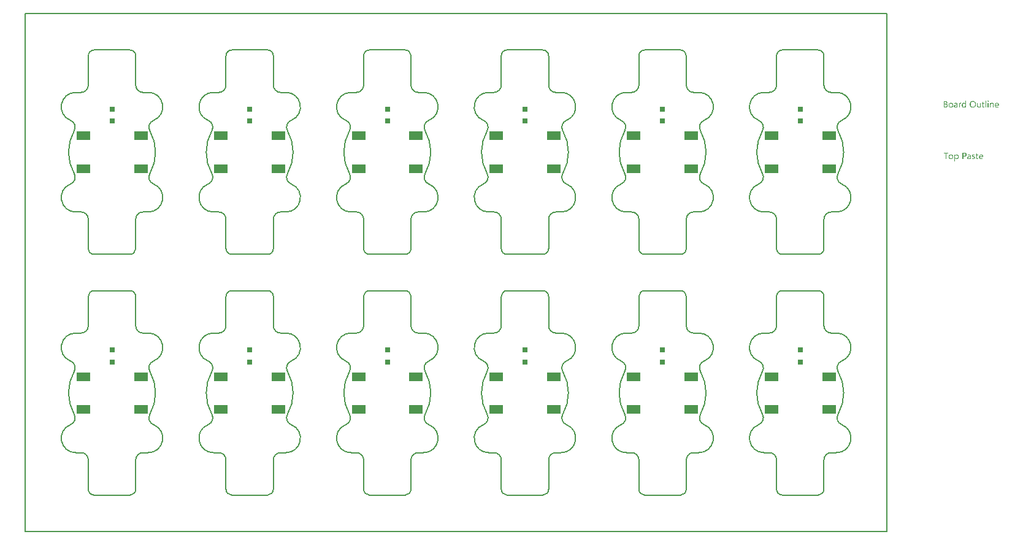
<source format=gtp>
G04*
G04 #@! TF.GenerationSoftware,Altium Limited,Altium Designer,21.8.1 (53)*
G04*
G04 Layer_Color=8421504*
%FSAX25Y25*%
%MOIN*%
G70*
G04*
G04 #@! TF.SameCoordinates,042179B3-2A9A-4FBA-AD92-32AF6F9D014F*
G04*
G04*
G04 #@! TF.FilePolarity,Positive*
G04*
G01*
G75*
%ADD13R,0.07480X0.05118*%
%ADD16C,0.00787*%
%ADD40R,0.02756X0.02756*%
G36*
X0503737Y0214153D02*
X0503761D01*
X0503817Y0214128D01*
X0503848Y0214110D01*
X0503879Y0214085D01*
X0503885Y0214079D01*
X0503891Y0214073D01*
X0503922Y0214036D01*
X0503947Y0213974D01*
X0503953Y0213937D01*
X0503960Y0213899D01*
Y0213893D01*
Y0213881D01*
X0503953Y0213862D01*
X0503947Y0213838D01*
X0503929Y0213776D01*
X0503904Y0213745D01*
X0503879Y0213714D01*
X0503873D01*
X0503867Y0213701D01*
X0503829Y0213677D01*
X0503774Y0213652D01*
X0503737Y0213646D01*
X0503699Y0213639D01*
X0503681D01*
X0503662Y0213646D01*
X0503638D01*
X0503576Y0213670D01*
X0503545Y0213683D01*
X0503514Y0213708D01*
Y0213714D01*
X0503501Y0213720D01*
X0503489Y0213738D01*
X0503477Y0213757D01*
X0503452Y0213819D01*
X0503446Y0213856D01*
X0503440Y0213899D01*
Y0213906D01*
Y0213918D01*
X0503446Y0213937D01*
X0503452Y0213968D01*
X0503471Y0214023D01*
X0503489Y0214054D01*
X0503514Y0214085D01*
X0503520Y0214091D01*
X0503526Y0214098D01*
X0503563Y0214122D01*
X0503625Y0214147D01*
X0503662Y0214159D01*
X0503718D01*
X0503737Y0214153D01*
D02*
G37*
G36*
X0491747Y0210489D02*
X0491344D01*
Y0210910D01*
X0491332D01*
Y0210904D01*
X0491320Y0210891D01*
X0491301Y0210866D01*
X0491282Y0210835D01*
X0491251Y0210798D01*
X0491214Y0210761D01*
X0491171Y0210718D01*
X0491121Y0210675D01*
X0491066Y0210625D01*
X0490998Y0210582D01*
X0490930Y0210544D01*
X0490849Y0210507D01*
X0490769Y0210476D01*
X0490676Y0210452D01*
X0490577Y0210439D01*
X0490472Y0210433D01*
X0490428D01*
X0490391Y0210439D01*
X0490354Y0210445D01*
X0490304Y0210452D01*
X0490199Y0210476D01*
X0490075Y0210513D01*
X0489952Y0210576D01*
X0489883Y0210613D01*
X0489828Y0210656D01*
X0489766Y0210712D01*
X0489710Y0210767D01*
Y0210773D01*
X0489698Y0210786D01*
X0489685Y0210805D01*
X0489667Y0210829D01*
X0489648Y0210860D01*
X0489623Y0210904D01*
X0489599Y0210953D01*
X0489574Y0211009D01*
X0489543Y0211071D01*
X0489518Y0211139D01*
X0489494Y0211213D01*
X0489475Y0211294D01*
X0489456Y0211380D01*
X0489444Y0211479D01*
X0489438Y0211578D01*
X0489432Y0211684D01*
Y0211690D01*
Y0211708D01*
Y0211745D01*
X0489438Y0211789D01*
X0489444Y0211838D01*
X0489450Y0211900D01*
X0489456Y0211968D01*
X0489469Y0212042D01*
X0489506Y0212203D01*
X0489562Y0212371D01*
X0489599Y0212451D01*
X0489642Y0212531D01*
X0489685Y0212606D01*
X0489741Y0212680D01*
X0489747Y0212686D01*
X0489753Y0212699D01*
X0489772Y0212717D01*
X0489797Y0212742D01*
X0489828Y0212767D01*
X0489871Y0212798D01*
X0489914Y0212835D01*
X0489964Y0212872D01*
X0490088Y0212940D01*
X0490230Y0213002D01*
X0490310Y0213020D01*
X0490397Y0213039D01*
X0490484Y0213052D01*
X0490583Y0213058D01*
X0490632D01*
X0490670Y0213052D01*
X0490707Y0213045D01*
X0490756Y0213039D01*
X0490868Y0213008D01*
X0490991Y0212959D01*
X0491053Y0212928D01*
X0491115Y0212884D01*
X0491177Y0212841D01*
X0491233Y0212785D01*
X0491282Y0212723D01*
X0491332Y0212649D01*
X0491344D01*
Y0214209D01*
X0491747D01*
Y0210489D01*
D02*
G37*
G36*
X0506015Y0213052D02*
X0506089Y0213045D01*
X0506182Y0213027D01*
X0506281Y0212996D01*
X0506386Y0212946D01*
X0506491Y0212878D01*
X0506534Y0212841D01*
X0506578Y0212791D01*
X0506590Y0212779D01*
X0506615Y0212742D01*
X0506646Y0212680D01*
X0506689Y0212593D01*
X0506726Y0212488D01*
X0506764Y0212358D01*
X0506788Y0212203D01*
X0506795Y0212024D01*
Y0210489D01*
X0506392D01*
Y0211919D01*
Y0211925D01*
Y0211956D01*
X0506386Y0211993D01*
Y0212042D01*
X0506374Y0212104D01*
X0506361Y0212173D01*
X0506343Y0212247D01*
X0506318Y0212321D01*
X0506287Y0212395D01*
X0506250Y0212463D01*
X0506200Y0212531D01*
X0506145Y0212593D01*
X0506083Y0212643D01*
X0506002Y0212680D01*
X0505915Y0212711D01*
X0505810Y0212717D01*
X0505798D01*
X0505761Y0212711D01*
X0505705Y0212705D01*
X0505637Y0212686D01*
X0505556Y0212662D01*
X0505470Y0212618D01*
X0505389Y0212562D01*
X0505309Y0212488D01*
X0505303Y0212476D01*
X0505278Y0212451D01*
X0505247Y0212402D01*
X0505210Y0212333D01*
X0505173Y0212253D01*
X0505142Y0212154D01*
X0505117Y0212042D01*
X0505111Y0211919D01*
Y0210489D01*
X0504708D01*
Y0213002D01*
X0505111D01*
Y0212581D01*
X0505123D01*
X0505129Y0212587D01*
X0505136Y0212600D01*
X0505154Y0212624D01*
X0505179Y0212655D01*
X0505204Y0212692D01*
X0505241Y0212730D01*
X0505284Y0212773D01*
X0505334Y0212822D01*
X0505389Y0212866D01*
X0505451Y0212909D01*
X0505519Y0212946D01*
X0505594Y0212983D01*
X0505668Y0213014D01*
X0505755Y0213039D01*
X0505847Y0213052D01*
X0505946Y0213058D01*
X0505984D01*
X0506015Y0213052D01*
D02*
G37*
G36*
X0489017Y0213039D02*
X0489091Y0213033D01*
X0489134Y0213020D01*
X0489165Y0213008D01*
Y0212593D01*
X0489159Y0212600D01*
X0489147Y0212606D01*
X0489122Y0212618D01*
X0489091Y0212637D01*
X0489048Y0212649D01*
X0488992Y0212662D01*
X0488930Y0212668D01*
X0488862Y0212674D01*
X0488850D01*
X0488819Y0212668D01*
X0488769Y0212662D01*
X0488714Y0212643D01*
X0488639Y0212612D01*
X0488571Y0212569D01*
X0488497Y0212507D01*
X0488429Y0212426D01*
X0488423Y0212414D01*
X0488404Y0212383D01*
X0488373Y0212327D01*
X0488342Y0212253D01*
X0488311Y0212160D01*
X0488280Y0212042D01*
X0488262Y0211912D01*
X0488256Y0211764D01*
Y0210489D01*
X0487853D01*
Y0213002D01*
X0488256D01*
Y0212482D01*
X0488268D01*
Y0212488D01*
X0488274Y0212494D01*
X0488286Y0212525D01*
X0488305Y0212575D01*
X0488336Y0212637D01*
X0488367Y0212699D01*
X0488416Y0212767D01*
X0488466Y0212835D01*
X0488528Y0212897D01*
X0488534Y0212903D01*
X0488559Y0212922D01*
X0488596Y0212946D01*
X0488645Y0212971D01*
X0488701Y0212996D01*
X0488769Y0213020D01*
X0488843Y0213039D01*
X0488924Y0213045D01*
X0488980D01*
X0489017Y0213039D01*
D02*
G37*
G36*
X0499756Y0210489D02*
X0499354D01*
Y0210885D01*
X0499342D01*
Y0210879D01*
X0499329Y0210866D01*
X0499317Y0210842D01*
X0499292Y0210817D01*
X0499236Y0210743D01*
X0499150Y0210662D01*
X0499100Y0210619D01*
X0499045Y0210576D01*
X0498983Y0210538D01*
X0498908Y0210501D01*
X0498834Y0210476D01*
X0498754Y0210452D01*
X0498661Y0210439D01*
X0498568Y0210433D01*
X0498531D01*
X0498488Y0210439D01*
X0498426Y0210452D01*
X0498357Y0210464D01*
X0498283Y0210489D01*
X0498203Y0210520D01*
X0498122Y0210569D01*
X0498036Y0210625D01*
X0497955Y0210693D01*
X0497881Y0210780D01*
X0497813Y0210885D01*
X0497751Y0211003D01*
X0497708Y0211145D01*
X0497683Y0211312D01*
X0497670Y0211399D01*
Y0211498D01*
Y0213002D01*
X0498067D01*
Y0211560D01*
Y0211554D01*
Y0211529D01*
X0498073Y0211485D01*
X0498079Y0211436D01*
X0498085Y0211374D01*
X0498098Y0211312D01*
X0498116Y0211238D01*
X0498141Y0211163D01*
X0498178Y0211089D01*
X0498215Y0211021D01*
X0498265Y0210953D01*
X0498327Y0210891D01*
X0498395Y0210842D01*
X0498475Y0210805D01*
X0498574Y0210773D01*
X0498679Y0210767D01*
X0498692D01*
X0498729Y0210773D01*
X0498785Y0210780D01*
X0498847Y0210792D01*
X0498927Y0210823D01*
X0499008Y0210860D01*
X0499088Y0210910D01*
X0499162Y0210984D01*
X0499168Y0210996D01*
X0499193Y0211021D01*
X0499224Y0211071D01*
X0499261Y0211139D01*
X0499292Y0211219D01*
X0499323Y0211318D01*
X0499348Y0211430D01*
X0499354Y0211554D01*
Y0213002D01*
X0499756D01*
Y0210489D01*
D02*
G37*
G36*
X0503891D02*
X0503489D01*
Y0213002D01*
X0503891D01*
Y0210489D01*
D02*
G37*
G36*
X0502672D02*
X0502270D01*
Y0214209D01*
X0502672D01*
Y0210489D01*
D02*
G37*
G36*
X0486293Y0213052D02*
X0486349Y0213045D01*
X0486417Y0213027D01*
X0486491Y0213008D01*
X0486572Y0212977D01*
X0486658Y0212940D01*
X0486739Y0212891D01*
X0486819Y0212829D01*
X0486894Y0212754D01*
X0486962Y0212662D01*
X0487017Y0212556D01*
X0487061Y0212433D01*
X0487085Y0212290D01*
X0487098Y0212123D01*
Y0210489D01*
X0486696D01*
Y0210879D01*
X0486683D01*
Y0210873D01*
X0486671Y0210860D01*
X0486658Y0210835D01*
X0486634Y0210811D01*
X0486572Y0210736D01*
X0486491Y0210656D01*
X0486380Y0210576D01*
X0486250Y0210501D01*
X0486169Y0210476D01*
X0486089Y0210452D01*
X0486002Y0210439D01*
X0485910Y0210433D01*
X0485872D01*
X0485848Y0210439D01*
X0485779Y0210445D01*
X0485699Y0210458D01*
X0485600Y0210483D01*
X0485507Y0210513D01*
X0485408Y0210563D01*
X0485321Y0210625D01*
X0485315Y0210637D01*
X0485290Y0210662D01*
X0485253Y0210705D01*
X0485216Y0210767D01*
X0485179Y0210842D01*
X0485142Y0210928D01*
X0485117Y0211034D01*
X0485111Y0211151D01*
Y0211157D01*
Y0211182D01*
X0485117Y0211219D01*
X0485123Y0211262D01*
X0485136Y0211318D01*
X0485154Y0211380D01*
X0485179Y0211448D01*
X0485216Y0211516D01*
X0485259Y0211591D01*
X0485315Y0211665D01*
X0485383Y0211733D01*
X0485464Y0211795D01*
X0485557Y0211857D01*
X0485668Y0211906D01*
X0485792Y0211943D01*
X0485940Y0211974D01*
X0486696Y0212080D01*
Y0212086D01*
Y0212104D01*
X0486689Y0212141D01*
Y0212179D01*
X0486677Y0212228D01*
X0486671Y0212284D01*
X0486634Y0212402D01*
X0486603Y0212457D01*
X0486572Y0212513D01*
X0486528Y0212569D01*
X0486479Y0212618D01*
X0486417Y0212662D01*
X0486349Y0212692D01*
X0486269Y0212711D01*
X0486176Y0212717D01*
X0486132D01*
X0486101Y0212711D01*
X0486058D01*
X0486015Y0212699D01*
X0485903Y0212680D01*
X0485779Y0212643D01*
X0485643Y0212587D01*
X0485569Y0212550D01*
X0485501Y0212513D01*
X0485427Y0212463D01*
X0485358Y0212408D01*
Y0212822D01*
X0485365D01*
X0485377Y0212835D01*
X0485396Y0212847D01*
X0485427Y0212860D01*
X0485458Y0212878D01*
X0485501Y0212897D01*
X0485550Y0212915D01*
X0485606Y0212940D01*
X0485730Y0212983D01*
X0485879Y0213020D01*
X0486039Y0213045D01*
X0486213Y0213058D01*
X0486250D01*
X0486293Y0213052D01*
D02*
G37*
G36*
X0480605Y0213999D02*
X0480648D01*
X0480691Y0213992D01*
X0480790Y0213980D01*
X0480908Y0213949D01*
X0481032Y0213912D01*
X0481149Y0213856D01*
X0481255Y0213782D01*
X0481261D01*
X0481267Y0213770D01*
X0481298Y0213745D01*
X0481341Y0213695D01*
X0481391Y0213627D01*
X0481434Y0213541D01*
X0481477Y0213441D01*
X0481508Y0213330D01*
X0481521Y0213268D01*
Y0213200D01*
Y0213194D01*
Y0213188D01*
Y0213151D01*
X0481515Y0213095D01*
X0481502Y0213027D01*
X0481484Y0212940D01*
X0481453Y0212853D01*
X0481416Y0212767D01*
X0481360Y0212680D01*
X0481354Y0212668D01*
X0481329Y0212643D01*
X0481292Y0212606D01*
X0481242Y0212556D01*
X0481180Y0212507D01*
X0481106Y0212451D01*
X0481013Y0212408D01*
X0480914Y0212364D01*
Y0212358D01*
X0480933D01*
X0480951Y0212352D01*
X0480970Y0212346D01*
X0481038Y0212333D01*
X0481118Y0212309D01*
X0481205Y0212271D01*
X0481298Y0212228D01*
X0481391Y0212166D01*
X0481477Y0212086D01*
X0481490Y0212073D01*
X0481515Y0212042D01*
X0481545Y0211999D01*
X0481589Y0211931D01*
X0481626Y0211844D01*
X0481663Y0211745D01*
X0481688Y0211628D01*
X0481694Y0211498D01*
Y0211492D01*
Y0211479D01*
Y0211454D01*
X0481688Y0211423D01*
X0481682Y0211386D01*
X0481675Y0211343D01*
X0481651Y0211238D01*
X0481614Y0211120D01*
X0481558Y0210996D01*
X0481521Y0210941D01*
X0481477Y0210879D01*
X0481422Y0210823D01*
X0481366Y0210767D01*
X0481360D01*
X0481354Y0210755D01*
X0481335Y0210743D01*
X0481310Y0210724D01*
X0481279Y0210705D01*
X0481236Y0210681D01*
X0481143Y0210631D01*
X0481026Y0210576D01*
X0480889Y0210532D01*
X0480728Y0210501D01*
X0480648Y0210495D01*
X0480555Y0210489D01*
X0479528D01*
Y0214005D01*
X0480574D01*
X0480605Y0213999D01*
D02*
G37*
G36*
X0501100Y0213002D02*
X0501737D01*
Y0212655D01*
X0501100D01*
Y0211238D01*
Y0211225D01*
Y0211194D01*
X0501106Y0211151D01*
X0501112Y0211095D01*
X0501137Y0210978D01*
X0501155Y0210922D01*
X0501186Y0210879D01*
X0501193Y0210873D01*
X0501205Y0210860D01*
X0501224Y0210848D01*
X0501255Y0210829D01*
X0501292Y0210805D01*
X0501341Y0210792D01*
X0501403Y0210780D01*
X0501471Y0210773D01*
X0501496D01*
X0501527Y0210780D01*
X0501564Y0210786D01*
X0501651Y0210811D01*
X0501694Y0210829D01*
X0501737Y0210854D01*
Y0210507D01*
X0501731D01*
X0501713Y0210495D01*
X0501682Y0210489D01*
X0501638Y0210476D01*
X0501582Y0210464D01*
X0501521Y0210452D01*
X0501446Y0210445D01*
X0501360Y0210439D01*
X0501329D01*
X0501298Y0210445D01*
X0501255Y0210452D01*
X0501205Y0210464D01*
X0501149Y0210476D01*
X0501093Y0210501D01*
X0501032Y0210532D01*
X0500970Y0210569D01*
X0500908Y0210619D01*
X0500852Y0210675D01*
X0500803Y0210749D01*
X0500759Y0210829D01*
X0500728Y0210928D01*
X0500703Y0211040D01*
X0500697Y0211170D01*
Y0212655D01*
X0500270D01*
Y0213002D01*
X0500697D01*
Y0213615D01*
X0501100Y0213745D01*
Y0213002D01*
D02*
G37*
G36*
X0508627Y0213052D02*
X0508670Y0213045D01*
X0508713Y0213039D01*
X0508825Y0213020D01*
X0508949Y0212977D01*
X0509072Y0212922D01*
X0509134Y0212884D01*
X0509196Y0212841D01*
X0509252Y0212791D01*
X0509308Y0212736D01*
X0509314Y0212730D01*
X0509320Y0212723D01*
X0509332Y0212705D01*
X0509351Y0212680D01*
X0509370Y0212643D01*
X0509394Y0212606D01*
X0509419Y0212562D01*
X0509444Y0212507D01*
X0509469Y0212445D01*
X0509493Y0212383D01*
X0509518Y0212309D01*
X0509537Y0212228D01*
X0509555Y0212141D01*
X0509568Y0212055D01*
X0509580Y0211956D01*
Y0211851D01*
Y0211640D01*
X0507803D01*
Y0211634D01*
Y0211622D01*
Y0211603D01*
X0507810Y0211572D01*
X0507816Y0211535D01*
Y0211498D01*
X0507834Y0211399D01*
X0507865Y0211300D01*
X0507902Y0211188D01*
X0507958Y0211083D01*
X0508026Y0210990D01*
X0508039Y0210978D01*
X0508064Y0210953D01*
X0508113Y0210922D01*
X0508181Y0210879D01*
X0508268Y0210835D01*
X0508367Y0210805D01*
X0508484Y0210780D01*
X0508621Y0210767D01*
X0508664D01*
X0508695Y0210773D01*
X0508732D01*
X0508775Y0210780D01*
X0508881Y0210805D01*
X0508998Y0210835D01*
X0509128Y0210885D01*
X0509264Y0210953D01*
X0509332Y0210996D01*
X0509401Y0211046D01*
Y0210668D01*
X0509394D01*
X0509388Y0210656D01*
X0509370Y0210650D01*
X0509339Y0210631D01*
X0509308Y0210613D01*
X0509270Y0210594D01*
X0509221Y0210576D01*
X0509171Y0210551D01*
X0509110Y0210526D01*
X0509042Y0210507D01*
X0508893Y0210470D01*
X0508720Y0210445D01*
X0508528Y0210433D01*
X0508478D01*
X0508441Y0210439D01*
X0508398Y0210445D01*
X0508342Y0210452D01*
X0508224Y0210476D01*
X0508088Y0210513D01*
X0507952Y0210576D01*
X0507884Y0210619D01*
X0507816Y0210662D01*
X0507754Y0210712D01*
X0507692Y0210773D01*
X0507686Y0210780D01*
X0507680Y0210792D01*
X0507667Y0210811D01*
X0507643Y0210835D01*
X0507624Y0210873D01*
X0507599Y0210916D01*
X0507568Y0210965D01*
X0507544Y0211021D01*
X0507513Y0211083D01*
X0507488Y0211157D01*
X0507457Y0211238D01*
X0507438Y0211324D01*
X0507420Y0211417D01*
X0507401Y0211516D01*
X0507395Y0211622D01*
X0507389Y0211733D01*
Y0211739D01*
Y0211758D01*
Y0211789D01*
X0507395Y0211832D01*
X0507401Y0211881D01*
X0507407Y0211937D01*
X0507413Y0212005D01*
X0507432Y0212073D01*
X0507469Y0212222D01*
X0507525Y0212383D01*
X0507562Y0212463D01*
X0507612Y0212538D01*
X0507661Y0212618D01*
X0507717Y0212686D01*
X0507723Y0212692D01*
X0507735Y0212705D01*
X0507754Y0212723D01*
X0507779Y0212742D01*
X0507810Y0212773D01*
X0507847Y0212804D01*
X0507896Y0212835D01*
X0507946Y0212872D01*
X0508064Y0212940D01*
X0508206Y0213002D01*
X0508286Y0213020D01*
X0508367Y0213039D01*
X0508453Y0213052D01*
X0508546Y0213058D01*
X0508596D01*
X0508627Y0213052D01*
D02*
G37*
G36*
X0495584Y0214060D02*
X0495646Y0214054D01*
X0495721Y0214042D01*
X0495801Y0214023D01*
X0495888Y0214005D01*
X0495974Y0213980D01*
X0496073Y0213949D01*
X0496166Y0213906D01*
X0496265Y0213856D01*
X0496364Y0213800D01*
X0496457Y0213732D01*
X0496550Y0213658D01*
X0496637Y0213571D01*
X0496643Y0213565D01*
X0496655Y0213547D01*
X0496680Y0213522D01*
X0496705Y0213485D01*
X0496742Y0213435D01*
X0496779Y0213373D01*
X0496816Y0213305D01*
X0496860Y0213231D01*
X0496903Y0213138D01*
X0496940Y0213045D01*
X0496977Y0212940D01*
X0497014Y0212822D01*
X0497039Y0212705D01*
X0497064Y0212575D01*
X0497076Y0212433D01*
X0497082Y0212290D01*
Y0212278D01*
Y0212253D01*
Y0212210D01*
X0497076Y0212148D01*
X0497070Y0212073D01*
X0497058Y0211993D01*
X0497045Y0211900D01*
X0497027Y0211795D01*
X0497002Y0211690D01*
X0496971Y0211578D01*
X0496934Y0211467D01*
X0496890Y0211355D01*
X0496835Y0211238D01*
X0496773Y0211133D01*
X0496705Y0211027D01*
X0496624Y0210928D01*
X0496618Y0210922D01*
X0496606Y0210910D01*
X0496575Y0210885D01*
X0496544Y0210854D01*
X0496494Y0210811D01*
X0496439Y0210773D01*
X0496377Y0210724D01*
X0496303Y0210681D01*
X0496222Y0210637D01*
X0496129Y0210588D01*
X0496030Y0210551D01*
X0495919Y0210513D01*
X0495801Y0210476D01*
X0495677Y0210452D01*
X0495547Y0210439D01*
X0495405Y0210433D01*
X0495374D01*
X0495331Y0210439D01*
X0495281D01*
X0495219Y0210445D01*
X0495145Y0210458D01*
X0495064Y0210476D01*
X0494972Y0210495D01*
X0494879Y0210520D01*
X0494780Y0210551D01*
X0494681Y0210594D01*
X0494582Y0210637D01*
X0494483Y0210693D01*
X0494384Y0210761D01*
X0494291Y0210835D01*
X0494204Y0210922D01*
X0494198Y0210928D01*
X0494185Y0210947D01*
X0494161Y0210972D01*
X0494136Y0211009D01*
X0494099Y0211058D01*
X0494062Y0211120D01*
X0494025Y0211188D01*
X0493981Y0211269D01*
X0493938Y0211355D01*
X0493901Y0211448D01*
X0493864Y0211554D01*
X0493826Y0211671D01*
X0493802Y0211789D01*
X0493777Y0211919D01*
X0493765Y0212061D01*
X0493758Y0212203D01*
Y0212216D01*
Y0212241D01*
X0493765Y0212284D01*
Y0212346D01*
X0493771Y0212414D01*
X0493783Y0212501D01*
X0493795Y0212593D01*
X0493814Y0212692D01*
X0493839Y0212798D01*
X0493870Y0212909D01*
X0493907Y0213020D01*
X0493950Y0213132D01*
X0494006Y0213243D01*
X0494068Y0213355D01*
X0494136Y0213460D01*
X0494216Y0213559D01*
X0494223Y0213565D01*
X0494235Y0213584D01*
X0494266Y0213609D01*
X0494303Y0213639D01*
X0494346Y0213677D01*
X0494402Y0213720D01*
X0494470Y0213763D01*
X0494545Y0213813D01*
X0494631Y0213862D01*
X0494724Y0213906D01*
X0494823Y0213949D01*
X0494935Y0213986D01*
X0495058Y0214017D01*
X0495188Y0214048D01*
X0495324Y0214060D01*
X0495467Y0214067D01*
X0495535D01*
X0495584Y0214060D01*
D02*
G37*
G36*
X0483557Y0213052D02*
X0483601Y0213045D01*
X0483656Y0213039D01*
X0483780Y0213014D01*
X0483922Y0212971D01*
X0484065Y0212909D01*
X0484139Y0212872D01*
X0484207Y0212829D01*
X0484275Y0212773D01*
X0484337Y0212711D01*
X0484343Y0212705D01*
X0484350Y0212692D01*
X0484368Y0212674D01*
X0484387Y0212649D01*
X0484411Y0212612D01*
X0484436Y0212569D01*
X0484467Y0212519D01*
X0484498Y0212463D01*
X0484523Y0212395D01*
X0484554Y0212327D01*
X0484579Y0212247D01*
X0484603Y0212160D01*
X0484622Y0212067D01*
X0484641Y0211968D01*
X0484647Y0211863D01*
X0484653Y0211752D01*
Y0211745D01*
Y0211727D01*
Y0211696D01*
X0484647Y0211652D01*
X0484641Y0211603D01*
X0484634Y0211541D01*
X0484622Y0211479D01*
X0484610Y0211405D01*
X0484572Y0211256D01*
X0484511Y0211095D01*
X0484473Y0211015D01*
X0484424Y0210934D01*
X0484374Y0210860D01*
X0484312Y0210792D01*
X0484306Y0210786D01*
X0484294Y0210780D01*
X0484275Y0210761D01*
X0484250Y0210736D01*
X0484213Y0210712D01*
X0484176Y0210681D01*
X0484127Y0210644D01*
X0484071Y0210613D01*
X0484009Y0210582D01*
X0483941Y0210544D01*
X0483867Y0210513D01*
X0483786Y0210489D01*
X0483700Y0210464D01*
X0483607Y0210452D01*
X0483508Y0210439D01*
X0483402Y0210433D01*
X0483347D01*
X0483310Y0210439D01*
X0483266Y0210445D01*
X0483211Y0210452D01*
X0483149Y0210464D01*
X0483081Y0210476D01*
X0482938Y0210520D01*
X0482790Y0210582D01*
X0482715Y0210619D01*
X0482647Y0210668D01*
X0482579Y0210718D01*
X0482511Y0210780D01*
X0482505Y0210786D01*
X0482499Y0210798D01*
X0482480Y0210817D01*
X0482462Y0210842D01*
X0482437Y0210879D01*
X0482406Y0210922D01*
X0482375Y0210972D01*
X0482350Y0211027D01*
X0482319Y0211095D01*
X0482288Y0211163D01*
X0482257Y0211238D01*
X0482233Y0211324D01*
X0482195Y0211510D01*
X0482189Y0211609D01*
X0482183Y0211714D01*
Y0211721D01*
Y0211745D01*
Y0211776D01*
X0482189Y0211820D01*
X0482195Y0211869D01*
X0482202Y0211931D01*
X0482214Y0211999D01*
X0482226Y0212073D01*
X0482264Y0212234D01*
X0482325Y0212395D01*
X0482369Y0212476D01*
X0482412Y0212556D01*
X0482462Y0212631D01*
X0482523Y0212699D01*
X0482530Y0212705D01*
X0482542Y0212717D01*
X0482561Y0212730D01*
X0482585Y0212754D01*
X0482623Y0212779D01*
X0482666Y0212810D01*
X0482715Y0212847D01*
X0482771Y0212878D01*
X0482833Y0212909D01*
X0482907Y0212946D01*
X0482982Y0212977D01*
X0483068Y0213002D01*
X0483155Y0213027D01*
X0483254Y0213045D01*
X0483359Y0213052D01*
X0483464Y0213058D01*
X0483520D01*
X0483557Y0213052D01*
D02*
G37*
G36*
X0486770Y0185013D02*
X0486813Y0185007D01*
X0486857Y0185001D01*
X0486968Y0184976D01*
X0487092Y0184939D01*
X0487216Y0184877D01*
X0487277Y0184840D01*
X0487339Y0184790D01*
X0487395Y0184741D01*
X0487451Y0184679D01*
X0487457Y0184673D01*
X0487463Y0184667D01*
X0487475Y0184642D01*
X0487494Y0184617D01*
X0487513Y0184586D01*
X0487537Y0184543D01*
X0487562Y0184493D01*
X0487587Y0184444D01*
X0487612Y0184382D01*
X0487637Y0184314D01*
X0487661Y0184239D01*
X0487680Y0184159D01*
X0487711Y0183979D01*
X0487723Y0183880D01*
Y0183775D01*
Y0183769D01*
Y0183750D01*
Y0183713D01*
X0487717Y0183670D01*
Y0183621D01*
X0487705Y0183559D01*
X0487698Y0183491D01*
X0487686Y0183416D01*
X0487649Y0183255D01*
X0487593Y0183088D01*
X0487556Y0183008D01*
X0487519Y0182927D01*
X0487469Y0182847D01*
X0487414Y0182772D01*
X0487407Y0182766D01*
X0487401Y0182754D01*
X0487383Y0182735D01*
X0487358Y0182717D01*
X0487327Y0182686D01*
X0487290Y0182655D01*
X0487247Y0182618D01*
X0487197Y0182587D01*
X0487141Y0182550D01*
X0487079Y0182512D01*
X0486931Y0182457D01*
X0486850Y0182432D01*
X0486770Y0182413D01*
X0486677Y0182401D01*
X0486578Y0182395D01*
X0486528D01*
X0486497Y0182401D01*
X0486454Y0182407D01*
X0486411Y0182420D01*
X0486299Y0182444D01*
X0486182Y0182494D01*
X0486114Y0182531D01*
X0486052Y0182568D01*
X0485990Y0182618D01*
X0485934Y0182673D01*
X0485872Y0182735D01*
X0485823Y0182810D01*
X0485810D01*
Y0181299D01*
X0485408D01*
Y0184964D01*
X0485810D01*
Y0184518D01*
X0485823D01*
X0485829Y0184524D01*
X0485835Y0184543D01*
X0485854Y0184567D01*
X0485879Y0184599D01*
X0485910Y0184636D01*
X0485947Y0184679D01*
X0485990Y0184722D01*
X0486046Y0184772D01*
X0486101Y0184815D01*
X0486163Y0184859D01*
X0486237Y0184902D01*
X0486312Y0184939D01*
X0486399Y0184976D01*
X0486491Y0185001D01*
X0486584Y0185013D01*
X0486689Y0185019D01*
X0486739D01*
X0486770Y0185013D01*
D02*
G37*
G36*
X0496042D02*
X0496123Y0185007D01*
X0496210Y0184995D01*
X0496309Y0184970D01*
X0496408Y0184945D01*
X0496507Y0184908D01*
Y0184500D01*
X0496494Y0184506D01*
X0496457Y0184530D01*
X0496402Y0184555D01*
X0496327Y0184592D01*
X0496234Y0184623D01*
X0496123Y0184654D01*
X0495999Y0184673D01*
X0495869Y0184679D01*
X0495801D01*
X0495739Y0184667D01*
X0495665Y0184654D01*
X0495659D01*
X0495652Y0184648D01*
X0495615Y0184636D01*
X0495566Y0184611D01*
X0495510Y0184580D01*
X0495498Y0184574D01*
X0495473Y0184549D01*
X0495442Y0184512D01*
X0495411Y0184468D01*
X0495405Y0184456D01*
X0495393Y0184425D01*
X0495380Y0184382D01*
X0495374Y0184326D01*
Y0184320D01*
Y0184308D01*
Y0184289D01*
X0495380Y0184270D01*
X0495393Y0184215D01*
X0495411Y0184159D01*
X0495417Y0184147D01*
X0495436Y0184122D01*
X0495473Y0184085D01*
X0495516Y0184041D01*
X0495522D01*
X0495529Y0184035D01*
X0495566Y0184010D01*
X0495615Y0183979D01*
X0495683Y0183949D01*
X0495690D01*
X0495702Y0183942D01*
X0495721Y0183936D01*
X0495752Y0183924D01*
X0495820Y0183899D01*
X0495906Y0183862D01*
X0495913D01*
X0495937Y0183850D01*
X0495968Y0183837D01*
X0496005Y0183825D01*
X0496104Y0183781D01*
X0496203Y0183732D01*
X0496210D01*
X0496228Y0183720D01*
X0496253Y0183707D01*
X0496284Y0183689D01*
X0496358Y0183639D01*
X0496432Y0183577D01*
X0496439Y0183571D01*
X0496451Y0183565D01*
X0496463Y0183546D01*
X0496488Y0183521D01*
X0496531Y0183459D01*
X0496575Y0183379D01*
Y0183373D01*
X0496581Y0183361D01*
X0496593Y0183336D01*
X0496600Y0183305D01*
X0496612Y0183268D01*
X0496618Y0183224D01*
X0496624Y0183119D01*
Y0183113D01*
Y0183088D01*
X0496618Y0183051D01*
X0496612Y0183008D01*
X0496606Y0182958D01*
X0496587Y0182902D01*
X0496569Y0182853D01*
X0496538Y0182797D01*
X0496531Y0182791D01*
X0496525Y0182772D01*
X0496507Y0182748D01*
X0496482Y0182717D01*
X0496451Y0182680D01*
X0496414Y0182642D01*
X0496321Y0182568D01*
X0496315Y0182562D01*
X0496296Y0182556D01*
X0496272Y0182537D01*
X0496228Y0182519D01*
X0496185Y0182494D01*
X0496129Y0182475D01*
X0496073Y0182457D01*
X0496005Y0182438D01*
X0495999D01*
X0495974Y0182432D01*
X0495937Y0182426D01*
X0495894Y0182420D01*
X0495832Y0182407D01*
X0495770Y0182401D01*
X0495628Y0182395D01*
X0495566D01*
X0495492Y0182401D01*
X0495399Y0182413D01*
X0495294Y0182432D01*
X0495182Y0182457D01*
X0495071Y0182488D01*
X0494959Y0182537D01*
Y0182970D01*
X0494965D01*
X0494972Y0182958D01*
X0494990Y0182946D01*
X0495015Y0182933D01*
X0495083Y0182896D01*
X0495176Y0182853D01*
X0495281Y0182803D01*
X0495405Y0182766D01*
X0495541Y0182741D01*
X0495683Y0182729D01*
X0495733D01*
X0495764Y0182735D01*
X0495851Y0182748D01*
X0495950Y0182772D01*
X0496042Y0182816D01*
X0496086Y0182847D01*
X0496129Y0182878D01*
X0496160Y0182921D01*
X0496185Y0182964D01*
X0496203Y0183020D01*
X0496210Y0183082D01*
Y0183088D01*
Y0183100D01*
Y0183119D01*
X0496203Y0183138D01*
X0496191Y0183193D01*
X0496166Y0183249D01*
Y0183255D01*
X0496160Y0183261D01*
X0496135Y0183292D01*
X0496098Y0183336D01*
X0496042Y0183373D01*
X0496036D01*
X0496030Y0183385D01*
X0495993Y0183404D01*
X0495937Y0183441D01*
X0495863Y0183472D01*
X0495857D01*
X0495844Y0183478D01*
X0495826Y0183491D01*
X0495795Y0183503D01*
X0495727Y0183528D01*
X0495640Y0183565D01*
X0495634D01*
X0495609Y0183577D01*
X0495578Y0183589D01*
X0495541Y0183602D01*
X0495442Y0183645D01*
X0495343Y0183695D01*
X0495337Y0183701D01*
X0495324Y0183707D01*
X0495300Y0183720D01*
X0495269Y0183738D01*
X0495201Y0183788D01*
X0495132Y0183843D01*
X0495126Y0183850D01*
X0495120Y0183856D01*
X0495102Y0183874D01*
X0495083Y0183899D01*
X0495040Y0183961D01*
X0495003Y0184035D01*
Y0184041D01*
X0494996Y0184054D01*
X0494990Y0184079D01*
X0494984Y0184109D01*
X0494978Y0184147D01*
X0494972Y0184190D01*
X0494965Y0184295D01*
Y0184301D01*
Y0184326D01*
X0494972Y0184357D01*
X0494978Y0184400D01*
X0494984Y0184450D01*
X0495003Y0184500D01*
X0495021Y0184555D01*
X0495046Y0184605D01*
X0495052Y0184611D01*
X0495058Y0184629D01*
X0495077Y0184654D01*
X0495102Y0184685D01*
X0495170Y0184759D01*
X0495256Y0184834D01*
X0495262Y0184840D01*
X0495281Y0184846D01*
X0495306Y0184865D01*
X0495349Y0184883D01*
X0495393Y0184908D01*
X0495442Y0184933D01*
X0495566Y0184970D01*
X0495572D01*
X0495597Y0184976D01*
X0495628Y0184988D01*
X0495677Y0184995D01*
X0495727Y0185007D01*
X0495789Y0185013D01*
X0495925Y0185019D01*
X0495981D01*
X0496042Y0185013D01*
D02*
G37*
G36*
X0493548D02*
X0493604Y0185007D01*
X0493672Y0184988D01*
X0493746Y0184970D01*
X0493826Y0184939D01*
X0493913Y0184902D01*
X0493994Y0184852D01*
X0494074Y0184790D01*
X0494148Y0184716D01*
X0494216Y0184623D01*
X0494272Y0184518D01*
X0494315Y0184394D01*
X0494340Y0184252D01*
X0494353Y0184085D01*
Y0182451D01*
X0493950D01*
Y0182841D01*
X0493938D01*
Y0182834D01*
X0493926Y0182822D01*
X0493913Y0182797D01*
X0493888Y0182772D01*
X0493826Y0182698D01*
X0493746Y0182618D01*
X0493635Y0182537D01*
X0493505Y0182463D01*
X0493424Y0182438D01*
X0493344Y0182413D01*
X0493257Y0182401D01*
X0493164Y0182395D01*
X0493127D01*
X0493102Y0182401D01*
X0493034Y0182407D01*
X0492954Y0182420D01*
X0492855Y0182444D01*
X0492762Y0182475D01*
X0492663Y0182525D01*
X0492576Y0182587D01*
X0492570Y0182599D01*
X0492545Y0182624D01*
X0492508Y0182667D01*
X0492471Y0182729D01*
X0492434Y0182803D01*
X0492397Y0182890D01*
X0492372Y0182995D01*
X0492366Y0183113D01*
Y0183119D01*
Y0183144D01*
X0492372Y0183181D01*
X0492378Y0183224D01*
X0492390Y0183280D01*
X0492409Y0183342D01*
X0492434Y0183410D01*
X0492471Y0183478D01*
X0492514Y0183552D01*
X0492570Y0183627D01*
X0492638Y0183695D01*
X0492719Y0183757D01*
X0492811Y0183819D01*
X0492923Y0183868D01*
X0493047Y0183905D01*
X0493195Y0183936D01*
X0493950Y0184041D01*
Y0184048D01*
Y0184066D01*
X0493944Y0184103D01*
Y0184140D01*
X0493932Y0184190D01*
X0493926Y0184246D01*
X0493888Y0184363D01*
X0493857Y0184419D01*
X0493826Y0184475D01*
X0493783Y0184530D01*
X0493734Y0184580D01*
X0493672Y0184623D01*
X0493604Y0184654D01*
X0493523Y0184673D01*
X0493430Y0184679D01*
X0493387D01*
X0493356Y0184673D01*
X0493313D01*
X0493269Y0184660D01*
X0493158Y0184642D01*
X0493034Y0184605D01*
X0492898Y0184549D01*
X0492824Y0184512D01*
X0492756Y0184475D01*
X0492681Y0184425D01*
X0492613Y0184370D01*
Y0184784D01*
X0492619D01*
X0492632Y0184797D01*
X0492650Y0184809D01*
X0492681Y0184821D01*
X0492712Y0184840D01*
X0492756Y0184859D01*
X0492805Y0184877D01*
X0492861Y0184902D01*
X0492985Y0184945D01*
X0493133Y0184982D01*
X0493294Y0185007D01*
X0493467Y0185019D01*
X0493505D01*
X0493548Y0185013D01*
D02*
G37*
G36*
X0490849Y0185960D02*
X0490899D01*
X0490948Y0185954D01*
X0491078Y0185929D01*
X0491214Y0185898D01*
X0491363Y0185849D01*
X0491505Y0185781D01*
X0491567Y0185737D01*
X0491629Y0185688D01*
X0491635D01*
X0491641Y0185676D01*
X0491660Y0185657D01*
X0491678Y0185638D01*
X0491728Y0185576D01*
X0491790Y0185490D01*
X0491846Y0185378D01*
X0491895Y0185248D01*
X0491932Y0185094D01*
X0491938Y0185007D01*
X0491945Y0184914D01*
Y0184908D01*
Y0184889D01*
Y0184865D01*
X0491938Y0184834D01*
X0491932Y0184790D01*
X0491926Y0184741D01*
X0491901Y0184623D01*
X0491858Y0184493D01*
X0491796Y0184357D01*
X0491759Y0184289D01*
X0491716Y0184221D01*
X0491660Y0184153D01*
X0491598Y0184091D01*
X0491592Y0184085D01*
X0491579Y0184079D01*
X0491561Y0184060D01*
X0491536Y0184041D01*
X0491499Y0184017D01*
X0491456Y0183992D01*
X0491406Y0183961D01*
X0491351Y0183936D01*
X0491289Y0183905D01*
X0491221Y0183874D01*
X0491140Y0183850D01*
X0491059Y0183825D01*
X0490874Y0183788D01*
X0490775Y0183781D01*
X0490670Y0183775D01*
X0490205D01*
Y0182451D01*
X0489791D01*
Y0185967D01*
X0490812D01*
X0490849Y0185960D01*
D02*
G37*
G36*
X0481966Y0185595D02*
X0480951D01*
Y0182451D01*
X0480543D01*
Y0185595D01*
X0479528D01*
Y0185967D01*
X0481966D01*
Y0185595D01*
D02*
G37*
G36*
X0497776Y0184964D02*
X0498413D01*
Y0184617D01*
X0497776D01*
Y0183200D01*
Y0183187D01*
Y0183156D01*
X0497782Y0183113D01*
X0497788Y0183057D01*
X0497813Y0182940D01*
X0497831Y0182884D01*
X0497862Y0182841D01*
X0497868Y0182834D01*
X0497881Y0182822D01*
X0497899Y0182810D01*
X0497930Y0182791D01*
X0497968Y0182766D01*
X0498017Y0182754D01*
X0498079Y0182741D01*
X0498147Y0182735D01*
X0498172D01*
X0498203Y0182741D01*
X0498240Y0182748D01*
X0498327Y0182772D01*
X0498370Y0182791D01*
X0498413Y0182816D01*
Y0182469D01*
X0498407D01*
X0498388Y0182457D01*
X0498357Y0182451D01*
X0498314Y0182438D01*
X0498258Y0182426D01*
X0498197Y0182413D01*
X0498122Y0182407D01*
X0498036Y0182401D01*
X0498005D01*
X0497974Y0182407D01*
X0497930Y0182413D01*
X0497881Y0182426D01*
X0497825Y0182438D01*
X0497769Y0182463D01*
X0497708Y0182494D01*
X0497646Y0182531D01*
X0497584Y0182580D01*
X0497528Y0182636D01*
X0497479Y0182711D01*
X0497435Y0182791D01*
X0497404Y0182890D01*
X0497379Y0183001D01*
X0497373Y0183132D01*
Y0184617D01*
X0496946D01*
Y0184964D01*
X0497373D01*
Y0185576D01*
X0497776Y0185706D01*
Y0184964D01*
D02*
G37*
G36*
X0500016Y0185013D02*
X0500060Y0185007D01*
X0500103Y0185001D01*
X0500214Y0184982D01*
X0500338Y0184939D01*
X0500462Y0184883D01*
X0500524Y0184846D01*
X0500586Y0184803D01*
X0500642Y0184753D01*
X0500697Y0184697D01*
X0500703Y0184691D01*
X0500710Y0184685D01*
X0500722Y0184667D01*
X0500741Y0184642D01*
X0500759Y0184605D01*
X0500784Y0184567D01*
X0500809Y0184524D01*
X0500834Y0184468D01*
X0500858Y0184407D01*
X0500883Y0184345D01*
X0500908Y0184270D01*
X0500926Y0184190D01*
X0500945Y0184103D01*
X0500957Y0184017D01*
X0500970Y0183918D01*
Y0183812D01*
Y0183602D01*
X0499193D01*
Y0183596D01*
Y0183583D01*
Y0183565D01*
X0499199Y0183534D01*
X0499206Y0183497D01*
Y0183459D01*
X0499224Y0183361D01*
X0499255Y0183261D01*
X0499292Y0183150D01*
X0499348Y0183045D01*
X0499416Y0182952D01*
X0499428Y0182940D01*
X0499453Y0182915D01*
X0499503Y0182884D01*
X0499571Y0182841D01*
X0499657Y0182797D01*
X0499756Y0182766D01*
X0499874Y0182741D01*
X0500010Y0182729D01*
X0500054D01*
X0500085Y0182735D01*
X0500122D01*
X0500165Y0182741D01*
X0500270Y0182766D01*
X0500388Y0182797D01*
X0500518Y0182847D01*
X0500654Y0182915D01*
X0500722Y0182958D01*
X0500790Y0183008D01*
Y0182630D01*
X0500784D01*
X0500778Y0182618D01*
X0500759Y0182612D01*
X0500728Y0182593D01*
X0500697Y0182574D01*
X0500660Y0182556D01*
X0500611Y0182537D01*
X0500561Y0182512D01*
X0500499Y0182488D01*
X0500431Y0182469D01*
X0500283Y0182432D01*
X0500109Y0182407D01*
X0499917Y0182395D01*
X0499868D01*
X0499831Y0182401D01*
X0499787Y0182407D01*
X0499732Y0182413D01*
X0499614Y0182438D01*
X0499478Y0182475D01*
X0499342Y0182537D01*
X0499274Y0182580D01*
X0499206Y0182624D01*
X0499144Y0182673D01*
X0499082Y0182735D01*
X0499076Y0182741D01*
X0499069Y0182754D01*
X0499057Y0182772D01*
X0499032Y0182797D01*
X0499014Y0182834D01*
X0498989Y0182878D01*
X0498958Y0182927D01*
X0498933Y0182983D01*
X0498902Y0183045D01*
X0498877Y0183119D01*
X0498847Y0183200D01*
X0498828Y0183286D01*
X0498809Y0183379D01*
X0498791Y0183478D01*
X0498785Y0183583D01*
X0498778Y0183695D01*
Y0183701D01*
Y0183720D01*
Y0183750D01*
X0498785Y0183794D01*
X0498791Y0183843D01*
X0498797Y0183899D01*
X0498803Y0183967D01*
X0498822Y0184035D01*
X0498859Y0184184D01*
X0498915Y0184345D01*
X0498952Y0184425D01*
X0499001Y0184500D01*
X0499051Y0184580D01*
X0499107Y0184648D01*
X0499113Y0184654D01*
X0499125Y0184667D01*
X0499144Y0184685D01*
X0499168Y0184704D01*
X0499199Y0184735D01*
X0499236Y0184766D01*
X0499286Y0184797D01*
X0499336Y0184834D01*
X0499453Y0184902D01*
X0499595Y0184964D01*
X0499676Y0184982D01*
X0499756Y0185001D01*
X0499843Y0185013D01*
X0499936Y0185019D01*
X0499986D01*
X0500016Y0185013D01*
D02*
G37*
G36*
X0483669D02*
X0483712Y0185007D01*
X0483768Y0185001D01*
X0483891Y0184976D01*
X0484034Y0184933D01*
X0484176Y0184871D01*
X0484250Y0184834D01*
X0484319Y0184790D01*
X0484387Y0184735D01*
X0484449Y0184673D01*
X0484455Y0184667D01*
X0484461Y0184654D01*
X0484480Y0184636D01*
X0484498Y0184611D01*
X0484523Y0184574D01*
X0484548Y0184530D01*
X0484579Y0184481D01*
X0484610Y0184425D01*
X0484634Y0184357D01*
X0484665Y0184289D01*
X0484690Y0184209D01*
X0484715Y0184122D01*
X0484733Y0184029D01*
X0484752Y0183930D01*
X0484758Y0183825D01*
X0484764Y0183713D01*
Y0183707D01*
Y0183689D01*
Y0183658D01*
X0484758Y0183614D01*
X0484752Y0183565D01*
X0484746Y0183503D01*
X0484733Y0183441D01*
X0484721Y0183367D01*
X0484684Y0183218D01*
X0484622Y0183057D01*
X0484585Y0182977D01*
X0484535Y0182896D01*
X0484486Y0182822D01*
X0484424Y0182754D01*
X0484418Y0182748D01*
X0484405Y0182741D01*
X0484387Y0182723D01*
X0484362Y0182698D01*
X0484325Y0182673D01*
X0484288Y0182642D01*
X0484238Y0182605D01*
X0484182Y0182574D01*
X0484121Y0182543D01*
X0484053Y0182506D01*
X0483978Y0182475D01*
X0483898Y0182451D01*
X0483811Y0182426D01*
X0483718Y0182413D01*
X0483619Y0182401D01*
X0483514Y0182395D01*
X0483458D01*
X0483421Y0182401D01*
X0483378Y0182407D01*
X0483322Y0182413D01*
X0483260Y0182426D01*
X0483192Y0182438D01*
X0483050Y0182482D01*
X0482901Y0182543D01*
X0482827Y0182580D01*
X0482759Y0182630D01*
X0482691Y0182680D01*
X0482623Y0182741D01*
X0482616Y0182748D01*
X0482610Y0182760D01*
X0482592Y0182779D01*
X0482573Y0182803D01*
X0482548Y0182841D01*
X0482517Y0182884D01*
X0482486Y0182933D01*
X0482462Y0182989D01*
X0482431Y0183057D01*
X0482400Y0183125D01*
X0482369Y0183200D01*
X0482344Y0183286D01*
X0482307Y0183472D01*
X0482301Y0183571D01*
X0482295Y0183676D01*
Y0183682D01*
Y0183707D01*
Y0183738D01*
X0482301Y0183781D01*
X0482307Y0183831D01*
X0482313Y0183893D01*
X0482325Y0183961D01*
X0482338Y0184035D01*
X0482375Y0184196D01*
X0482437Y0184357D01*
X0482480Y0184438D01*
X0482523Y0184518D01*
X0482573Y0184592D01*
X0482635Y0184660D01*
X0482641Y0184667D01*
X0482654Y0184679D01*
X0482672Y0184691D01*
X0482697Y0184716D01*
X0482734Y0184741D01*
X0482777Y0184772D01*
X0482827Y0184809D01*
X0482882Y0184840D01*
X0482944Y0184871D01*
X0483019Y0184908D01*
X0483093Y0184939D01*
X0483180Y0184964D01*
X0483266Y0184988D01*
X0483365Y0185007D01*
X0483471Y0185013D01*
X0483576Y0185019D01*
X0483632D01*
X0483669Y0185013D01*
D02*
G37*
%LPC*%
G36*
X0490632Y0212717D02*
X0490595D01*
X0490570Y0212711D01*
X0490502Y0212705D01*
X0490422Y0212686D01*
X0490329Y0212649D01*
X0490230Y0212600D01*
X0490137Y0212538D01*
X0490094Y0212494D01*
X0490051Y0212445D01*
X0490044Y0212433D01*
X0490020Y0212395D01*
X0489983Y0212333D01*
X0489945Y0212253D01*
X0489908Y0212148D01*
X0489871Y0212018D01*
X0489846Y0211869D01*
X0489840Y0211702D01*
Y0211696D01*
Y0211684D01*
Y0211659D01*
X0489846Y0211628D01*
Y0211597D01*
X0489853Y0211554D01*
X0489865Y0211454D01*
X0489890Y0211343D01*
X0489927Y0211232D01*
X0489976Y0211120D01*
X0490044Y0211015D01*
X0490057Y0211003D01*
X0490082Y0210978D01*
X0490125Y0210934D01*
X0490187Y0210891D01*
X0490267Y0210848D01*
X0490360Y0210805D01*
X0490465Y0210780D01*
X0490589Y0210767D01*
X0490620D01*
X0490645Y0210773D01*
X0490707Y0210780D01*
X0490781Y0210798D01*
X0490868Y0210829D01*
X0490961Y0210866D01*
X0491047Y0210928D01*
X0491134Y0211009D01*
X0491140Y0211021D01*
X0491165Y0211052D01*
X0491202Y0211108D01*
X0491239Y0211176D01*
X0491276Y0211262D01*
X0491313Y0211368D01*
X0491338Y0211492D01*
X0491344Y0211622D01*
Y0211993D01*
Y0211999D01*
Y0212005D01*
Y0212042D01*
X0491332Y0212098D01*
X0491320Y0212173D01*
X0491295Y0212253D01*
X0491258Y0212340D01*
X0491208Y0212426D01*
X0491140Y0212507D01*
X0491134Y0212513D01*
X0491103Y0212538D01*
X0491059Y0212575D01*
X0491004Y0212612D01*
X0490930Y0212649D01*
X0490843Y0212686D01*
X0490744Y0212711D01*
X0490632Y0212717D01*
D02*
G37*
G36*
X0486696Y0211758D02*
X0486089Y0211671D01*
X0486077D01*
X0486046Y0211665D01*
X0485996Y0211652D01*
X0485934Y0211640D01*
X0485866Y0211622D01*
X0485792Y0211597D01*
X0485730Y0211572D01*
X0485668Y0211535D01*
X0485662Y0211529D01*
X0485643Y0211516D01*
X0485625Y0211492D01*
X0485600Y0211454D01*
X0485569Y0211405D01*
X0485550Y0211343D01*
X0485532Y0211269D01*
X0485526Y0211182D01*
Y0211176D01*
Y0211151D01*
X0485532Y0211120D01*
X0485544Y0211077D01*
X0485557Y0211027D01*
X0485581Y0210978D01*
X0485612Y0210928D01*
X0485656Y0210879D01*
X0485662Y0210873D01*
X0485680Y0210860D01*
X0485711Y0210842D01*
X0485748Y0210823D01*
X0485798Y0210805D01*
X0485860Y0210786D01*
X0485928Y0210773D01*
X0486009Y0210767D01*
X0486021D01*
X0486058Y0210773D01*
X0486114Y0210780D01*
X0486182Y0210792D01*
X0486256Y0210817D01*
X0486343Y0210854D01*
X0486423Y0210910D01*
X0486497Y0210978D01*
X0486504Y0210990D01*
X0486528Y0211015D01*
X0486559Y0211058D01*
X0486596Y0211120D01*
X0486634Y0211201D01*
X0486665Y0211287D01*
X0486689Y0211392D01*
X0486696Y0211504D01*
Y0211758D01*
D02*
G37*
G36*
X0480413Y0213633D02*
X0479942D01*
Y0212494D01*
X0480419D01*
X0480481Y0212501D01*
X0480555Y0212513D01*
X0480642Y0212531D01*
X0480735Y0212562D01*
X0480815Y0212600D01*
X0480896Y0212655D01*
X0480902Y0212662D01*
X0480927Y0212686D01*
X0480957Y0212723D01*
X0480995Y0212779D01*
X0481026Y0212841D01*
X0481056Y0212922D01*
X0481081Y0213014D01*
X0481087Y0213120D01*
Y0213126D01*
Y0213144D01*
X0481081Y0213169D01*
X0481075Y0213200D01*
X0481050Y0213281D01*
X0481032Y0213330D01*
X0481001Y0213380D01*
X0480970Y0213423D01*
X0480920Y0213472D01*
X0480871Y0213516D01*
X0480803Y0213553D01*
X0480728Y0213584D01*
X0480636Y0213609D01*
X0480530Y0213627D01*
X0480413Y0213633D01*
D02*
G37*
G36*
Y0212123D02*
X0479942D01*
Y0210860D01*
X0480561D01*
X0480623Y0210866D01*
X0480710Y0210879D01*
X0480796Y0210904D01*
X0480889Y0210928D01*
X0480982Y0210972D01*
X0481063Y0211027D01*
X0481069Y0211034D01*
X0481094Y0211058D01*
X0481125Y0211095D01*
X0481162Y0211151D01*
X0481199Y0211219D01*
X0481230Y0211300D01*
X0481255Y0211399D01*
X0481261Y0211504D01*
Y0211510D01*
Y0211529D01*
X0481255Y0211560D01*
X0481248Y0211603D01*
X0481236Y0211646D01*
X0481217Y0211702D01*
X0481193Y0211758D01*
X0481155Y0211813D01*
X0481112Y0211869D01*
X0481056Y0211925D01*
X0480988Y0211981D01*
X0480902Y0212024D01*
X0480809Y0212067D01*
X0480691Y0212098D01*
X0480561Y0212117D01*
X0480413Y0212123D01*
D02*
G37*
G36*
X0508540Y0212717D02*
X0508491D01*
X0508441Y0212705D01*
X0508373Y0212692D01*
X0508299Y0212668D01*
X0508212Y0212631D01*
X0508132Y0212581D01*
X0508051Y0212513D01*
X0508045Y0212507D01*
X0508020Y0212476D01*
X0507989Y0212433D01*
X0507946Y0212371D01*
X0507902Y0212296D01*
X0507865Y0212203D01*
X0507834Y0212098D01*
X0507810Y0211981D01*
X0509165D01*
Y0211987D01*
Y0211999D01*
Y0212012D01*
Y0212036D01*
X0509159Y0212104D01*
X0509147Y0212179D01*
X0509122Y0212271D01*
X0509097Y0212358D01*
X0509054Y0212445D01*
X0508998Y0212525D01*
X0508992Y0212531D01*
X0508967Y0212556D01*
X0508930Y0212587D01*
X0508881Y0212624D01*
X0508812Y0212655D01*
X0508732Y0212686D01*
X0508645Y0212711D01*
X0508540Y0212717D01*
D02*
G37*
G36*
X0495436Y0213689D02*
X0495380D01*
X0495343Y0213683D01*
X0495294Y0213677D01*
X0495244Y0213670D01*
X0495182Y0213658D01*
X0495114Y0213639D01*
X0494972Y0213590D01*
X0494897Y0213559D01*
X0494817Y0213522D01*
X0494743Y0213472D01*
X0494668Y0213417D01*
X0494600Y0213355D01*
X0494532Y0213287D01*
X0494526Y0213281D01*
X0494520Y0213268D01*
X0494501Y0213243D01*
X0494476Y0213212D01*
X0494452Y0213175D01*
X0494427Y0213126D01*
X0494396Y0213070D01*
X0494365Y0213008D01*
X0494328Y0212934D01*
X0494297Y0212860D01*
X0494272Y0212773D01*
X0494247Y0212680D01*
X0494223Y0212581D01*
X0494204Y0212470D01*
X0494198Y0212358D01*
X0494192Y0212241D01*
Y0212234D01*
Y0212210D01*
Y0212179D01*
X0494198Y0212135D01*
X0494204Y0212080D01*
X0494210Y0212012D01*
X0494223Y0211943D01*
X0494235Y0211869D01*
X0494272Y0211702D01*
X0494334Y0211523D01*
X0494371Y0211436D01*
X0494415Y0211355D01*
X0494470Y0211269D01*
X0494526Y0211194D01*
X0494532Y0211188D01*
X0494545Y0211176D01*
X0494563Y0211157D01*
X0494588Y0211133D01*
X0494619Y0211102D01*
X0494662Y0211071D01*
X0494712Y0211034D01*
X0494761Y0210996D01*
X0494823Y0210959D01*
X0494891Y0210922D01*
X0495040Y0210860D01*
X0495126Y0210835D01*
X0495213Y0210817D01*
X0495306Y0210805D01*
X0495405Y0210798D01*
X0495461D01*
X0495504Y0210805D01*
X0495547Y0210811D01*
X0495609Y0210817D01*
X0495671Y0210829D01*
X0495739Y0210848D01*
X0495882Y0210891D01*
X0495962Y0210922D01*
X0496036Y0210959D01*
X0496111Y0211003D01*
X0496185Y0211052D01*
X0496253Y0211108D01*
X0496321Y0211176D01*
X0496327Y0211182D01*
X0496333Y0211194D01*
X0496352Y0211213D01*
X0496371Y0211244D01*
X0496402Y0211287D01*
X0496426Y0211331D01*
X0496457Y0211386D01*
X0496488Y0211448D01*
X0496519Y0211523D01*
X0496550Y0211603D01*
X0496581Y0211690D01*
X0496606Y0211783D01*
X0496624Y0211881D01*
X0496643Y0211993D01*
X0496649Y0212111D01*
X0496655Y0212234D01*
Y0212241D01*
Y0212265D01*
Y0212302D01*
X0496649Y0212346D01*
X0496643Y0212408D01*
X0496637Y0212476D01*
X0496630Y0212550D01*
X0496612Y0212631D01*
X0496575Y0212798D01*
X0496519Y0212977D01*
X0496482Y0213064D01*
X0496439Y0213151D01*
X0496383Y0213231D01*
X0496327Y0213305D01*
X0496321Y0213311D01*
X0496315Y0213324D01*
X0496296Y0213342D01*
X0496265Y0213367D01*
X0496234Y0213392D01*
X0496197Y0213429D01*
X0496148Y0213460D01*
X0496098Y0213497D01*
X0496036Y0213534D01*
X0495968Y0213565D01*
X0495894Y0213602D01*
X0495814Y0213627D01*
X0495727Y0213652D01*
X0495640Y0213670D01*
X0495541Y0213683D01*
X0495436Y0213689D01*
D02*
G37*
G36*
X0483433Y0212717D02*
X0483396D01*
X0483372Y0212711D01*
X0483297Y0212705D01*
X0483211Y0212686D01*
X0483112Y0212655D01*
X0483006Y0212606D01*
X0482907Y0212538D01*
X0482858Y0212501D01*
X0482815Y0212451D01*
X0482802Y0212439D01*
X0482777Y0212402D01*
X0482746Y0212346D01*
X0482703Y0212265D01*
X0482660Y0212160D01*
X0482629Y0212036D01*
X0482604Y0211894D01*
X0482592Y0211727D01*
Y0211721D01*
Y0211708D01*
Y0211684D01*
X0482598Y0211652D01*
Y0211615D01*
X0482604Y0211572D01*
X0482623Y0211473D01*
X0482647Y0211362D01*
X0482691Y0211244D01*
X0482746Y0211126D01*
X0482821Y0211021D01*
X0482833Y0211009D01*
X0482864Y0210984D01*
X0482913Y0210941D01*
X0482982Y0210897D01*
X0483068Y0210848D01*
X0483174Y0210805D01*
X0483297Y0210780D01*
X0483433Y0210767D01*
X0483471D01*
X0483495Y0210773D01*
X0483570Y0210780D01*
X0483656Y0210798D01*
X0483749Y0210829D01*
X0483854Y0210873D01*
X0483947Y0210934D01*
X0484034Y0211015D01*
X0484040Y0211027D01*
X0484065Y0211065D01*
X0484102Y0211120D01*
X0484139Y0211201D01*
X0484176Y0211306D01*
X0484213Y0211430D01*
X0484238Y0211572D01*
X0484244Y0211739D01*
Y0211745D01*
Y0211758D01*
Y0211783D01*
Y0211820D01*
X0484238Y0211857D01*
X0484232Y0211900D01*
X0484220Y0212005D01*
X0484195Y0212123D01*
X0484158Y0212241D01*
X0484102Y0212358D01*
X0484034Y0212463D01*
X0484022Y0212476D01*
X0483997Y0212501D01*
X0483947Y0212544D01*
X0483879Y0212593D01*
X0483792Y0212637D01*
X0483693Y0212680D01*
X0483570Y0212705D01*
X0483433Y0212717D01*
D02*
G37*
G36*
X0486590Y0184679D02*
X0486559D01*
X0486535Y0184673D01*
X0486467Y0184667D01*
X0486386Y0184648D01*
X0486299Y0184617D01*
X0486200Y0184574D01*
X0486107Y0184512D01*
X0486021Y0184431D01*
X0486015Y0184419D01*
X0485990Y0184388D01*
X0485953Y0184338D01*
X0485916Y0184264D01*
X0485879Y0184178D01*
X0485841Y0184072D01*
X0485817Y0183955D01*
X0485810Y0183825D01*
Y0183472D01*
Y0183466D01*
Y0183459D01*
X0485817Y0183422D01*
X0485823Y0183361D01*
X0485835Y0183292D01*
X0485860Y0183206D01*
X0485897Y0183119D01*
X0485947Y0183032D01*
X0486015Y0182946D01*
X0486027Y0182940D01*
X0486052Y0182915D01*
X0486095Y0182878D01*
X0486157Y0182841D01*
X0486231Y0182797D01*
X0486318Y0182766D01*
X0486417Y0182741D01*
X0486528Y0182729D01*
X0486566D01*
X0486590Y0182735D01*
X0486652Y0182741D01*
X0486739Y0182766D01*
X0486826Y0182797D01*
X0486925Y0182847D01*
X0487017Y0182915D01*
X0487061Y0182958D01*
X0487098Y0183008D01*
Y0183014D01*
X0487104Y0183020D01*
X0487116Y0183039D01*
X0487129Y0183057D01*
X0487148Y0183088D01*
X0487166Y0183125D01*
X0487203Y0183212D01*
X0487240Y0183323D01*
X0487277Y0183453D01*
X0487302Y0183608D01*
X0487308Y0183788D01*
Y0183794D01*
Y0183806D01*
Y0183825D01*
Y0183856D01*
X0487302Y0183893D01*
X0487296Y0183930D01*
X0487284Y0184023D01*
X0487259Y0184128D01*
X0487228Y0184239D01*
X0487178Y0184345D01*
X0487116Y0184438D01*
X0487110Y0184450D01*
X0487079Y0184475D01*
X0487036Y0184512D01*
X0486980Y0184561D01*
X0486906Y0184605D01*
X0486813Y0184642D01*
X0486708Y0184667D01*
X0486590Y0184679D01*
D02*
G37*
G36*
X0493950Y0183720D02*
X0493344Y0183633D01*
X0493331D01*
X0493300Y0183627D01*
X0493251Y0183614D01*
X0493189Y0183602D01*
X0493121Y0183583D01*
X0493047Y0183559D01*
X0492985Y0183534D01*
X0492923Y0183497D01*
X0492916Y0183491D01*
X0492898Y0183478D01*
X0492879Y0183453D01*
X0492855Y0183416D01*
X0492824Y0183367D01*
X0492805Y0183305D01*
X0492787Y0183230D01*
X0492780Y0183144D01*
Y0183138D01*
Y0183113D01*
X0492787Y0183082D01*
X0492799Y0183039D01*
X0492811Y0182989D01*
X0492836Y0182940D01*
X0492867Y0182890D01*
X0492910Y0182841D01*
X0492916Y0182834D01*
X0492935Y0182822D01*
X0492966Y0182803D01*
X0493003Y0182785D01*
X0493053Y0182766D01*
X0493115Y0182748D01*
X0493183Y0182735D01*
X0493263Y0182729D01*
X0493276D01*
X0493313Y0182735D01*
X0493368Y0182741D01*
X0493436Y0182754D01*
X0493511Y0182779D01*
X0493597Y0182816D01*
X0493678Y0182871D01*
X0493752Y0182940D01*
X0493758Y0182952D01*
X0493783Y0182977D01*
X0493814Y0183020D01*
X0493851Y0183082D01*
X0493888Y0183162D01*
X0493919Y0183249D01*
X0493944Y0183354D01*
X0493950Y0183466D01*
Y0183720D01*
D02*
G37*
G36*
X0490688Y0185595D02*
X0490205D01*
Y0184153D01*
X0490676D01*
X0490700Y0184159D01*
X0490738D01*
X0490781Y0184165D01*
X0490874Y0184178D01*
X0490979Y0184202D01*
X0491084Y0184233D01*
X0491189Y0184283D01*
X0491282Y0184345D01*
X0491295Y0184357D01*
X0491320Y0184382D01*
X0491357Y0184425D01*
X0491400Y0184487D01*
X0491437Y0184567D01*
X0491474Y0184660D01*
X0491499Y0184772D01*
X0491511Y0184896D01*
Y0184902D01*
Y0184927D01*
X0491505Y0184958D01*
X0491499Y0185007D01*
X0491487Y0185056D01*
X0491468Y0185118D01*
X0491443Y0185180D01*
X0491406Y0185248D01*
X0491363Y0185310D01*
X0491313Y0185372D01*
X0491245Y0185434D01*
X0491165Y0185484D01*
X0491072Y0185533D01*
X0490961Y0185564D01*
X0490831Y0185589D01*
X0490688Y0185595D01*
D02*
G37*
G36*
X0499930Y0184679D02*
X0499880D01*
X0499831Y0184667D01*
X0499763Y0184654D01*
X0499688Y0184629D01*
X0499602Y0184592D01*
X0499521Y0184543D01*
X0499441Y0184475D01*
X0499435Y0184468D01*
X0499410Y0184438D01*
X0499379Y0184394D01*
X0499336Y0184332D01*
X0499292Y0184258D01*
X0499255Y0184165D01*
X0499224Y0184060D01*
X0499199Y0183942D01*
X0500555D01*
Y0183949D01*
Y0183961D01*
Y0183973D01*
Y0183998D01*
X0500549Y0184066D01*
X0500536Y0184140D01*
X0500512Y0184233D01*
X0500487Y0184320D01*
X0500444Y0184407D01*
X0500388Y0184487D01*
X0500382Y0184493D01*
X0500357Y0184518D01*
X0500320Y0184549D01*
X0500270Y0184586D01*
X0500202Y0184617D01*
X0500122Y0184648D01*
X0500035Y0184673D01*
X0499930Y0184679D01*
D02*
G37*
G36*
X0483545D02*
X0483508D01*
X0483483Y0184673D01*
X0483409Y0184667D01*
X0483322Y0184648D01*
X0483223Y0184617D01*
X0483118Y0184567D01*
X0483019Y0184500D01*
X0482969Y0184462D01*
X0482926Y0184413D01*
X0482913Y0184400D01*
X0482889Y0184363D01*
X0482858Y0184308D01*
X0482815Y0184227D01*
X0482771Y0184122D01*
X0482740Y0183998D01*
X0482715Y0183856D01*
X0482703Y0183689D01*
Y0183682D01*
Y0183670D01*
Y0183645D01*
X0482709Y0183614D01*
Y0183577D01*
X0482715Y0183534D01*
X0482734Y0183435D01*
X0482759Y0183323D01*
X0482802Y0183206D01*
X0482858Y0183088D01*
X0482932Y0182983D01*
X0482944Y0182970D01*
X0482975Y0182946D01*
X0483025Y0182902D01*
X0483093Y0182859D01*
X0483180Y0182810D01*
X0483285Y0182766D01*
X0483409Y0182741D01*
X0483545Y0182729D01*
X0483582D01*
X0483607Y0182735D01*
X0483681Y0182741D01*
X0483768Y0182760D01*
X0483861Y0182791D01*
X0483966Y0182834D01*
X0484059Y0182896D01*
X0484145Y0182977D01*
X0484152Y0182989D01*
X0484176Y0183026D01*
X0484213Y0183082D01*
X0484250Y0183162D01*
X0484288Y0183268D01*
X0484325Y0183391D01*
X0484350Y0183534D01*
X0484356Y0183701D01*
Y0183707D01*
Y0183720D01*
Y0183744D01*
Y0183781D01*
X0484350Y0183819D01*
X0484343Y0183862D01*
X0484331Y0183967D01*
X0484306Y0184085D01*
X0484269Y0184202D01*
X0484213Y0184320D01*
X0484145Y0184425D01*
X0484133Y0184438D01*
X0484108Y0184462D01*
X0484059Y0184506D01*
X0483990Y0184555D01*
X0483904Y0184599D01*
X0483805Y0184642D01*
X0483681Y0184667D01*
X0483545Y0184679D01*
D02*
G37*
%LPD*%
D13*
X0043211Y0046654D02*
D03*
Y0064370D02*
D03*
X0011912Y0046654D02*
D03*
Y0064370D02*
D03*
X0118019Y0046654D02*
D03*
Y0064370D02*
D03*
X0086720Y0046654D02*
D03*
Y0064370D02*
D03*
X0192827Y0046654D02*
D03*
Y0064370D02*
D03*
X0161528Y0046654D02*
D03*
Y0064370D02*
D03*
X0267635Y0046654D02*
D03*
Y0064370D02*
D03*
X0236336Y0046654D02*
D03*
Y0064370D02*
D03*
X0342443Y0046654D02*
D03*
Y0064370D02*
D03*
X0311144Y0046654D02*
D03*
Y0064370D02*
D03*
X0417251Y0046654D02*
D03*
Y0064370D02*
D03*
X0385952Y0046654D02*
D03*
Y0064370D02*
D03*
X0043211Y0177362D02*
D03*
Y0195079D02*
D03*
X0011912Y0177362D02*
D03*
Y0195079D02*
D03*
X0118019Y0177362D02*
D03*
Y0195079D02*
D03*
X0086720Y0177362D02*
D03*
Y0195079D02*
D03*
X0192827Y0177362D02*
D03*
Y0195079D02*
D03*
X0161528Y0177362D02*
D03*
Y0195079D02*
D03*
X0267635Y0177362D02*
D03*
Y0195079D02*
D03*
X0236336Y0177362D02*
D03*
Y0195079D02*
D03*
X0342443Y0177362D02*
D03*
Y0195079D02*
D03*
X0311144Y0177362D02*
D03*
Y0195079D02*
D03*
X0417251Y0177362D02*
D03*
Y0195079D02*
D03*
X0385952Y0177362D02*
D03*
Y0195079D02*
D03*
D16*
X-0019685Y0261417D02*
X0448819D01*
X-0019685Y-0019685D02*
X0448819D01*
Y0261417D01*
X-0019685Y-0019685D02*
Y0261417D01*
X0050104Y0072778D02*
G03*
X0048108Y0067167I0001428J-0003669D01*
G01*
X0014687Y0003150D02*
G03*
X0017837Y0000000I0003145J-0000004D01*
G01*
X0048108Y0043857D02*
G03*
X0048108Y0067167I-0020547J0011655D01*
G01*
X0010751Y0087992D02*
G03*
X0014687Y0091929I-0000001J0003938D01*
G01*
Y0019094D02*
G03*
X0010751Y0023031I-0003938J-0000001D01*
G01*
X0017837Y0111024D02*
G03*
X0014687Y0107874I-0000004J-0003145D01*
G01*
X0048108Y0043857D02*
G03*
X0050104Y0038245I0003424J-0001942D01*
G01*
X0005019Y0038245D02*
G03*
X0008073Y0023031I0002857J-0007340D01*
G01*
X0040436Y0107874D02*
G03*
X0037286Y0111024I-0003145J0000004D01*
G01*
X0047050Y0023031D02*
G03*
X0050104Y0038245I0000197J0007874D01*
G01*
X0005019D02*
G03*
X0007015Y0043857I-0001428J0003669D01*
G01*
X0040435Y0091929D02*
G03*
X0044373Y0087992I0003938J0000001D01*
G01*
Y0023031D02*
G03*
X0040435Y0019094I0000001J-0003938D01*
G01*
X0008073Y0087992D02*
G03*
X0005019Y0072778I-0000197J-0007874D01*
G01*
X0007015Y0067167D02*
G03*
X0007015Y0043857I0020547J-0011655D01*
G01*
X0050104Y0072778D02*
G03*
X0047050Y0087992I-0002858J0007340D01*
G01*
X0007015Y0067167D02*
G03*
X0005019Y0072778I-0003424J0001942D01*
G01*
X0037286Y0000000D02*
G03*
X0040436Y0003150I0000004J0003145D01*
G01*
X0008073Y0087992D02*
X0010751D01*
X0040436Y0003150D02*
Y0019094D01*
X0014687Y0091929D02*
Y0107874D01*
X0017837Y0000000D02*
X0037286D01*
X0017837Y0111024D02*
X0037286D01*
X0014687Y0003150D02*
Y0019094D01*
X0040436Y0091929D02*
Y0107874D01*
X0008073Y0023031D02*
X0010751D01*
X0044373Y0087992D02*
X0047050D01*
X0044373Y0023031D02*
X0047050D01*
X0124912Y0072778D02*
G03*
X0122916Y0067167I0001428J-0003669D01*
G01*
X0089496Y0003150D02*
G03*
X0092645Y0000000I0003145J-0000004D01*
G01*
X0122916Y0043857D02*
G03*
X0122916Y0067167I-0020547J0011655D01*
G01*
X0085559Y0087992D02*
G03*
X0089496Y0091929I-0000001J0003938D01*
G01*
Y0019094D02*
G03*
X0085559Y0023031I-0003938J-0000001D01*
G01*
X0092645Y0111024D02*
G03*
X0089496Y0107874I-0000004J-0003145D01*
G01*
X0122916Y0043857D02*
G03*
X0124912Y0038245I0003424J-0001942D01*
G01*
X0079827Y0038245D02*
G03*
X0082881Y0023031I0002857J-0007340D01*
G01*
X0115244Y0107874D02*
G03*
X0112094Y0111024I-0003145J0000004D01*
G01*
X0121858Y0023031D02*
G03*
X0124912Y0038245I0000197J0007874D01*
G01*
X0079827D02*
G03*
X0081823Y0043857I-0001428J0003669D01*
G01*
X0115244Y0091929D02*
G03*
X0119181Y0087992I0003938J0000001D01*
G01*
Y0023031D02*
G03*
X0115244Y0019094I0000001J-0003938D01*
G01*
X0082881Y0087992D02*
G03*
X0079827Y0072778I-0000197J-0007874D01*
G01*
X0081823Y0067167D02*
G03*
X0081823Y0043857I0020547J-0011655D01*
G01*
X0124912Y0072778D02*
G03*
X0121858Y0087992I-0002858J0007340D01*
G01*
X0081823Y0067167D02*
G03*
X0079827Y0072778I-0003424J0001942D01*
G01*
X0112094Y0000000D02*
G03*
X0115244Y0003150I0000004J0003145D01*
G01*
X0082881Y0087992D02*
X0085559D01*
X0115244Y0003150D02*
Y0019094D01*
X0089496Y0091929D02*
Y0107874D01*
X0092645Y0000000D02*
X0112094D01*
X0092645Y0111024D02*
X0112094D01*
X0089496Y0003150D02*
Y0019094D01*
X0115244Y0091929D02*
Y0107874D01*
X0082881Y0023031D02*
X0085559D01*
X0119181Y0087992D02*
X0121858D01*
X0119181Y0023031D02*
X0121858D01*
X0199720Y0072778D02*
G03*
X0197724Y0067167I0001428J-0003669D01*
G01*
X0164304Y0003150D02*
G03*
X0167453Y0000000I0003145J-0000004D01*
G01*
X0197724Y0043857D02*
G03*
X0197724Y0067167I-0020547J0011655D01*
G01*
X0160367Y0087992D02*
G03*
X0164304Y0091929I-0000001J0003938D01*
G01*
Y0019094D02*
G03*
X0160367Y0023031I-0003938J-0000001D01*
G01*
X0167453Y0111024D02*
G03*
X0164304Y0107874I-0000004J-0003145D01*
G01*
X0197724Y0043857D02*
G03*
X0199720Y0038245I0003424J-0001942D01*
G01*
X0154635Y0038245D02*
G03*
X0157689Y0023031I0002857J-0007340D01*
G01*
X0190052Y0107874D02*
G03*
X0186902Y0111024I-0003145J0000004D01*
G01*
X0196666Y0023031D02*
G03*
X0199720Y0038245I0000197J0007874D01*
G01*
X0154635D02*
G03*
X0156631Y0043857I-0001428J0003669D01*
G01*
X0190052Y0091929D02*
G03*
X0193989Y0087992I0003938J0000001D01*
G01*
Y0023031D02*
G03*
X0190052Y0019094I0000001J-0003938D01*
G01*
X0157689Y0087992D02*
G03*
X0154635Y0072778I-0000197J-0007874D01*
G01*
X0156631Y0067167D02*
G03*
X0156631Y0043857I0020547J-0011655D01*
G01*
X0199720Y0072778D02*
G03*
X0196666Y0087992I-0002858J0007340D01*
G01*
X0156631Y0067167D02*
G03*
X0154635Y0072778I-0003424J0001942D01*
G01*
X0186902Y0000000D02*
G03*
X0190052Y0003150I0000004J0003145D01*
G01*
X0157689Y0087992D02*
X0160367D01*
X0190052Y0003150D02*
Y0019094D01*
X0164304Y0091929D02*
Y0107874D01*
X0167453Y0000000D02*
X0186902D01*
X0167453Y0111024D02*
X0186902D01*
X0164304Y0003150D02*
Y0019094D01*
X0190052Y0091929D02*
Y0107874D01*
X0157689Y0023031D02*
X0160367D01*
X0193989Y0087992D02*
X0196666D01*
X0193989Y0023031D02*
X0196666D01*
X0274528Y0072778D02*
G03*
X0272532Y0067167I0001428J-0003669D01*
G01*
X0239112Y0003150D02*
G03*
X0242261Y0000000I0003145J-0000004D01*
G01*
X0272532Y0043857D02*
G03*
X0272532Y0067167I-0020547J0011655D01*
G01*
X0235175Y0087992D02*
G03*
X0239112Y0091929I-0000001J0003938D01*
G01*
Y0019094D02*
G03*
X0235175Y0023031I-0003938J-0000001D01*
G01*
X0242261Y0111024D02*
G03*
X0239112Y0107874I-0000004J-0003145D01*
G01*
X0272532Y0043857D02*
G03*
X0274528Y0038245I0003424J-0001942D01*
G01*
X0229443Y0038245D02*
G03*
X0232498Y0023031I0002857J-0007340D01*
G01*
X0264860Y0107874D02*
G03*
X0261710Y0111024I-0003145J0000004D01*
G01*
X0271474Y0023031D02*
G03*
X0274528Y0038245I0000197J0007874D01*
G01*
X0229443D02*
G03*
X0231439Y0043857I-0001428J0003669D01*
G01*
X0264860Y0091929D02*
G03*
X0268797Y0087992I0003938J0000001D01*
G01*
Y0023031D02*
G03*
X0264860Y0019094I0000001J-0003938D01*
G01*
X0232498Y0087992D02*
G03*
X0229443Y0072778I-0000197J-0007874D01*
G01*
X0231439Y0067167D02*
G03*
X0231439Y0043857I0020547J-0011655D01*
G01*
X0274528Y0072778D02*
G03*
X0271474Y0087992I-0002858J0007340D01*
G01*
X0231439Y0067167D02*
G03*
X0229443Y0072778I-0003424J0001942D01*
G01*
X0261710Y0000000D02*
G03*
X0264860Y0003150I0000004J0003145D01*
G01*
X0232498Y0087992D02*
X0235175D01*
X0264860Y0003150D02*
Y0019094D01*
X0239112Y0091929D02*
Y0107874D01*
X0242261Y0000000D02*
X0261710D01*
X0242261Y0111024D02*
X0261710D01*
X0239112Y0003150D02*
Y0019094D01*
X0264860Y0091929D02*
Y0107874D01*
X0232498Y0023031D02*
X0235175D01*
X0268797Y0087992D02*
X0271474D01*
X0268797Y0023031D02*
X0271474D01*
X0349337Y0072778D02*
G03*
X0347340Y0067167I0001428J-0003669D01*
G01*
X0313920Y0003150D02*
G03*
X0317069Y0000000I0003145J-0000004D01*
G01*
X0347340Y0043857D02*
G03*
X0347340Y0067167I-0020547J0011655D01*
G01*
X0309983Y0087992D02*
G03*
X0313920Y0091929I-0000001J0003938D01*
G01*
Y0019094D02*
G03*
X0309983Y0023031I-0003938J-0000001D01*
G01*
X0317069Y0111024D02*
G03*
X0313920Y0107874I-0000004J-0003145D01*
G01*
X0347340Y0043857D02*
G03*
X0349336Y0038245I0003424J-0001942D01*
G01*
X0304251Y0038245D02*
G03*
X0307306Y0023031I0002857J-0007340D01*
G01*
X0339668Y0107874D02*
G03*
X0336518Y0111024I-0003145J0000004D01*
G01*
X0346282Y0023031D02*
G03*
X0349336Y0038245I0000197J0007874D01*
G01*
X0304251D02*
G03*
X0306247Y0043857I-0001428J0003669D01*
G01*
X0339668Y0091929D02*
G03*
X0343605Y0087992I0003938J0000001D01*
G01*
Y0023031D02*
G03*
X0339668Y0019094I0000001J-0003938D01*
G01*
X0307306Y0087992D02*
G03*
X0304251Y0072778I-0000197J-0007874D01*
G01*
X0306247Y0067167D02*
G03*
X0306247Y0043857I0020547J-0011655D01*
G01*
X0349337Y0072778D02*
G03*
X0346282Y0087992I-0002858J0007340D01*
G01*
X0306247Y0067167D02*
G03*
X0304251Y0072778I-0003424J0001942D01*
G01*
X0336518Y0000000D02*
G03*
X0339668Y0003150I0000004J0003145D01*
G01*
X0307306Y0087992D02*
X0309983D01*
X0339668Y0003150D02*
Y0019094D01*
X0313920Y0091929D02*
Y0107874D01*
X0317069Y0000000D02*
X0336518D01*
X0317069Y0111024D02*
X0336518D01*
X0313920Y0003150D02*
Y0019094D01*
X0339668Y0091929D02*
Y0107874D01*
X0307306Y0023031D02*
X0309983D01*
X0343605Y0087992D02*
X0346282D01*
X0343605Y0023031D02*
X0346282D01*
X0424145Y0072778D02*
G03*
X0422148Y0067167I0001428J-0003669D01*
G01*
X0388728Y0003150D02*
G03*
X0391878Y0000000I0003145J-0000004D01*
G01*
X0422148Y0043857D02*
G03*
X0422148Y0067167I-0020547J0011655D01*
G01*
X0384791Y0087992D02*
G03*
X0388728Y0091929I-0000001J0003938D01*
G01*
Y0019094D02*
G03*
X0384791Y0023031I-0003938J-0000001D01*
G01*
X0391878Y0111024D02*
G03*
X0388728Y0107874I-0000004J-0003145D01*
G01*
X0422148Y0043857D02*
G03*
X0424145Y0038245I0003424J-0001942D01*
G01*
X0379059Y0038245D02*
G03*
X0382114Y0023031I0002857J-0007340D01*
G01*
X0414476Y0107874D02*
G03*
X0411326Y0111024I-0003145J0000004D01*
G01*
X0421090Y0023031D02*
G03*
X0424145Y0038245I0000197J0007874D01*
G01*
X0379059D02*
G03*
X0381055Y0043857I-0001428J0003669D01*
G01*
X0414476Y0091929D02*
G03*
X0418413Y0087992I0003938J0000001D01*
G01*
Y0023031D02*
G03*
X0414476Y0019094I0000001J-0003938D01*
G01*
X0382114Y0087992D02*
G03*
X0379059Y0072778I-0000197J-0007874D01*
G01*
X0381055Y0067167D02*
G03*
X0381055Y0043857I0020547J-0011655D01*
G01*
X0424145Y0072778D02*
G03*
X0421090Y0087992I-0002858J0007340D01*
G01*
X0381055Y0067167D02*
G03*
X0379059Y0072778I-0003424J0001942D01*
G01*
X0411326Y0000000D02*
G03*
X0414476Y0003150I0000004J0003145D01*
G01*
X0382114Y0087992D02*
X0384791D01*
X0414476Y0003150D02*
Y0019094D01*
X0388728Y0091929D02*
Y0107874D01*
X0391878Y0000000D02*
X0411326D01*
X0391878Y0111024D02*
X0411326D01*
X0388728Y0003150D02*
Y0019094D01*
X0414476Y0091929D02*
Y0107874D01*
X0382114Y0023031D02*
X0384791D01*
X0418413Y0087992D02*
X0421090D01*
X0418413Y0023031D02*
X0421090D01*
X0050104Y0203487D02*
G03*
X0048108Y0197876I0001428J-0003669D01*
G01*
X0014687Y0133858D02*
G03*
X0017837Y0130709I0003145J-0000004D01*
G01*
X0048108Y0174565D02*
G03*
X0048108Y0197876I-0020547J0011655D01*
G01*
X0010751Y0218701D02*
G03*
X0014687Y0222638I-0000001J0003938D01*
G01*
Y0149803D02*
G03*
X0010751Y0153740I-0003938J-0000001D01*
G01*
X0017837Y0241732D02*
G03*
X0014687Y0238583I-0000004J-0003145D01*
G01*
X0048108Y0174565D02*
G03*
X0050104Y0168954I0003424J-0001942D01*
G01*
X0005019Y0168954D02*
G03*
X0008073Y0153740I0002857J-0007340D01*
G01*
X0040436Y0238583D02*
G03*
X0037286Y0241732I-0003145J0000004D01*
G01*
X0047050Y0153740D02*
G03*
X0050104Y0168954I0000197J0007874D01*
G01*
X0005019D02*
G03*
X0007015Y0174565I-0001428J0003669D01*
G01*
X0040435Y0222638D02*
G03*
X0044373Y0218701I0003938J0000001D01*
G01*
Y0153740D02*
G03*
X0040435Y0149803I0000001J-0003938D01*
G01*
X0008073Y0218701D02*
G03*
X0005019Y0203487I-0000197J-0007874D01*
G01*
X0007015Y0197876D02*
G03*
X0007015Y0174565I0020547J-0011655D01*
G01*
X0050104Y0203487D02*
G03*
X0047050Y0218701I-0002858J0007340D01*
G01*
X0007015Y0197876D02*
G03*
X0005019Y0203487I-0003424J0001942D01*
G01*
X0037286Y0130709D02*
G03*
X0040436Y0133858I0000004J0003145D01*
G01*
X0008073Y0218701D02*
X0010751D01*
X0040436Y0133858D02*
Y0149803D01*
X0014687Y0222638D02*
Y0238583D01*
X0017837Y0130709D02*
X0037286D01*
X0017837Y0241732D02*
X0037286D01*
X0014687Y0133858D02*
Y0149803D01*
X0040436Y0222638D02*
Y0238583D01*
X0008073Y0153740D02*
X0010751D01*
X0044373Y0218701D02*
X0047050D01*
X0044373Y0153740D02*
X0047050D01*
X0124912Y0203487D02*
G03*
X0122916Y0197876I0001428J-0003669D01*
G01*
X0089496Y0133858D02*
G03*
X0092645Y0130709I0003145J-0000004D01*
G01*
X0122916Y0174565D02*
G03*
X0122916Y0197876I-0020547J0011655D01*
G01*
X0085559Y0218701D02*
G03*
X0089496Y0222638I-0000001J0003938D01*
G01*
Y0149803D02*
G03*
X0085559Y0153740I-0003938J-0000001D01*
G01*
X0092645Y0241732D02*
G03*
X0089496Y0238583I-0000004J-0003145D01*
G01*
X0122916Y0174565D02*
G03*
X0124912Y0168954I0003424J-0001942D01*
G01*
X0079827Y0168954D02*
G03*
X0082881Y0153740I0002857J-0007340D01*
G01*
X0115244Y0238583D02*
G03*
X0112094Y0241732I-0003145J0000004D01*
G01*
X0121858Y0153740D02*
G03*
X0124912Y0168954I0000197J0007874D01*
G01*
X0079827D02*
G03*
X0081823Y0174565I-0001428J0003669D01*
G01*
X0115244Y0222638D02*
G03*
X0119181Y0218701I0003938J0000001D01*
G01*
Y0153740D02*
G03*
X0115244Y0149803I0000001J-0003938D01*
G01*
X0082881Y0218701D02*
G03*
X0079827Y0203487I-0000197J-0007874D01*
G01*
X0081823Y0197876D02*
G03*
X0081823Y0174565I0020547J-0011655D01*
G01*
X0124912Y0203487D02*
G03*
X0121858Y0218701I-0002858J0007340D01*
G01*
X0081823Y0197876D02*
G03*
X0079827Y0203487I-0003424J0001942D01*
G01*
X0112094Y0130709D02*
G03*
X0115244Y0133858I0000004J0003145D01*
G01*
X0082881Y0218701D02*
X0085559D01*
X0115244Y0133858D02*
Y0149803D01*
X0089496Y0222638D02*
Y0238583D01*
X0092645Y0130709D02*
X0112094D01*
X0092645Y0241732D02*
X0112094D01*
X0089496Y0133858D02*
Y0149803D01*
X0115244Y0222638D02*
Y0238583D01*
X0082881Y0153740D02*
X0085559D01*
X0119181Y0218701D02*
X0121858D01*
X0119181Y0153740D02*
X0121858D01*
X0199720Y0203487D02*
G03*
X0197724Y0197876I0001428J-0003669D01*
G01*
X0164304Y0133858D02*
G03*
X0167453Y0130709I0003145J-0000004D01*
G01*
X0197724Y0174565D02*
G03*
X0197724Y0197876I-0020547J0011655D01*
G01*
X0160367Y0218701D02*
G03*
X0164304Y0222638I-0000001J0003938D01*
G01*
Y0149803D02*
G03*
X0160367Y0153740I-0003938J-0000001D01*
G01*
X0167453Y0241732D02*
G03*
X0164304Y0238583I-0000004J-0003145D01*
G01*
X0197724Y0174565D02*
G03*
X0199720Y0168954I0003424J-0001942D01*
G01*
X0154635Y0168954D02*
G03*
X0157689Y0153740I0002857J-0007340D01*
G01*
X0190052Y0238583D02*
G03*
X0186902Y0241732I-0003145J0000004D01*
G01*
X0196666Y0153740D02*
G03*
X0199720Y0168954I0000197J0007874D01*
G01*
X0154635D02*
G03*
X0156631Y0174565I-0001428J0003669D01*
G01*
X0190052Y0222638D02*
G03*
X0193989Y0218701I0003938J0000001D01*
G01*
Y0153740D02*
G03*
X0190052Y0149803I0000001J-0003938D01*
G01*
X0157689Y0218701D02*
G03*
X0154635Y0203487I-0000197J-0007874D01*
G01*
X0156631Y0197876D02*
G03*
X0156631Y0174565I0020547J-0011655D01*
G01*
X0199720Y0203487D02*
G03*
X0196666Y0218701I-0002858J0007340D01*
G01*
X0156631Y0197876D02*
G03*
X0154635Y0203487I-0003424J0001942D01*
G01*
X0186902Y0130709D02*
G03*
X0190052Y0133858I0000004J0003145D01*
G01*
X0157689Y0218701D02*
X0160367D01*
X0190052Y0133858D02*
Y0149803D01*
X0164304Y0222638D02*
Y0238583D01*
X0167453Y0130709D02*
X0186902D01*
X0167453Y0241732D02*
X0186902D01*
X0164304Y0133858D02*
Y0149803D01*
X0190052Y0222638D02*
Y0238583D01*
X0157689Y0153740D02*
X0160367D01*
X0193989Y0218701D02*
X0196666D01*
X0193989Y0153740D02*
X0196666D01*
X0274528Y0203487D02*
G03*
X0272532Y0197876I0001428J-0003669D01*
G01*
X0239112Y0133858D02*
G03*
X0242261Y0130709I0003145J-0000004D01*
G01*
X0272532Y0174565D02*
G03*
X0272532Y0197876I-0020547J0011655D01*
G01*
X0235175Y0218701D02*
G03*
X0239112Y0222638I-0000001J0003938D01*
G01*
Y0149803D02*
G03*
X0235175Y0153740I-0003938J-0000001D01*
G01*
X0242261Y0241732D02*
G03*
X0239112Y0238583I-0000004J-0003145D01*
G01*
X0272532Y0174565D02*
G03*
X0274528Y0168954I0003424J-0001942D01*
G01*
X0229443Y0168954D02*
G03*
X0232498Y0153740I0002857J-0007340D01*
G01*
X0264860Y0238583D02*
G03*
X0261710Y0241732I-0003145J0000004D01*
G01*
X0271474Y0153740D02*
G03*
X0274528Y0168954I0000197J0007874D01*
G01*
X0229443D02*
G03*
X0231439Y0174565I-0001428J0003669D01*
G01*
X0264860Y0222638D02*
G03*
X0268797Y0218701I0003938J0000001D01*
G01*
Y0153740D02*
G03*
X0264860Y0149803I0000001J-0003938D01*
G01*
X0232498Y0218701D02*
G03*
X0229443Y0203487I-0000197J-0007874D01*
G01*
X0231439Y0197876D02*
G03*
X0231439Y0174565I0020547J-0011655D01*
G01*
X0274528Y0203487D02*
G03*
X0271474Y0218701I-0002858J0007340D01*
G01*
X0231439Y0197876D02*
G03*
X0229443Y0203487I-0003424J0001942D01*
G01*
X0261710Y0130709D02*
G03*
X0264860Y0133858I0000004J0003145D01*
G01*
X0232498Y0218701D02*
X0235175D01*
X0264860Y0133858D02*
Y0149803D01*
X0239112Y0222638D02*
Y0238583D01*
X0242261Y0130709D02*
X0261710D01*
X0242261Y0241732D02*
X0261710D01*
X0239112Y0133858D02*
Y0149803D01*
X0264860Y0222638D02*
Y0238583D01*
X0232498Y0153740D02*
X0235175D01*
X0268797Y0218701D02*
X0271474D01*
X0268797Y0153740D02*
X0271474D01*
X0349337Y0203487D02*
G03*
X0347340Y0197876I0001428J-0003669D01*
G01*
X0313920Y0133858D02*
G03*
X0317069Y0130709I0003145J-0000004D01*
G01*
X0347340Y0174565D02*
G03*
X0347340Y0197876I-0020547J0011655D01*
G01*
X0309983Y0218701D02*
G03*
X0313920Y0222638I-0000001J0003938D01*
G01*
Y0149803D02*
G03*
X0309983Y0153740I-0003938J-0000001D01*
G01*
X0317069Y0241732D02*
G03*
X0313920Y0238583I-0000004J-0003145D01*
G01*
X0347340Y0174565D02*
G03*
X0349336Y0168954I0003424J-0001942D01*
G01*
X0304251Y0168954D02*
G03*
X0307306Y0153740I0002857J-0007340D01*
G01*
X0339668Y0238583D02*
G03*
X0336518Y0241732I-0003145J0000004D01*
G01*
X0346282Y0153740D02*
G03*
X0349336Y0168954I0000197J0007874D01*
G01*
X0304251D02*
G03*
X0306247Y0174565I-0001428J0003669D01*
G01*
X0339668Y0222638D02*
G03*
X0343605Y0218701I0003938J0000001D01*
G01*
Y0153740D02*
G03*
X0339668Y0149803I0000001J-0003938D01*
G01*
X0307306Y0218701D02*
G03*
X0304251Y0203487I-0000197J-0007874D01*
G01*
X0306247Y0197876D02*
G03*
X0306247Y0174565I0020547J-0011655D01*
G01*
X0349337Y0203487D02*
G03*
X0346282Y0218701I-0002858J0007340D01*
G01*
X0306247Y0197876D02*
G03*
X0304251Y0203487I-0003424J0001942D01*
G01*
X0336518Y0130709D02*
G03*
X0339668Y0133858I0000004J0003145D01*
G01*
X0307306Y0218701D02*
X0309983D01*
X0339668Y0133858D02*
Y0149803D01*
X0313920Y0222638D02*
Y0238583D01*
X0317069Y0130709D02*
X0336518D01*
X0317069Y0241732D02*
X0336518D01*
X0313920Y0133858D02*
Y0149803D01*
X0339668Y0222638D02*
Y0238583D01*
X0307306Y0153740D02*
X0309983D01*
X0343605Y0218701D02*
X0346282D01*
X0343605Y0153740D02*
X0346282D01*
X0424145Y0203487D02*
G03*
X0422148Y0197876I0001428J-0003669D01*
G01*
X0388728Y0133858D02*
G03*
X0391878Y0130709I0003145J-0000004D01*
G01*
X0422148Y0174565D02*
G03*
X0422148Y0197876I-0020547J0011655D01*
G01*
X0384791Y0218701D02*
G03*
X0388728Y0222638I-0000001J0003938D01*
G01*
Y0149803D02*
G03*
X0384791Y0153740I-0003938J-0000001D01*
G01*
X0391878Y0241732D02*
G03*
X0388728Y0238583I-0000004J-0003145D01*
G01*
X0422148Y0174565D02*
G03*
X0424145Y0168954I0003424J-0001942D01*
G01*
X0379059Y0168954D02*
G03*
X0382114Y0153740I0002857J-0007340D01*
G01*
X0414476Y0238583D02*
G03*
X0411326Y0241732I-0003145J0000004D01*
G01*
X0421090Y0153740D02*
G03*
X0424145Y0168954I0000197J0007874D01*
G01*
X0379059D02*
G03*
X0381055Y0174565I-0001428J0003669D01*
G01*
X0414476Y0222638D02*
G03*
X0418413Y0218701I0003938J0000001D01*
G01*
Y0153740D02*
G03*
X0414476Y0149803I0000001J-0003938D01*
G01*
X0382114Y0218701D02*
G03*
X0379059Y0203487I-0000197J-0007874D01*
G01*
X0381055Y0197876D02*
G03*
X0381055Y0174565I0020547J-0011655D01*
G01*
X0424145Y0203487D02*
G03*
X0421090Y0218701I-0002858J0007340D01*
G01*
X0381055Y0197876D02*
G03*
X0379059Y0203487I-0003424J0001942D01*
G01*
X0411326Y0130709D02*
G03*
X0414476Y0133858I0000004J0003145D01*
G01*
X0382114Y0218701D02*
X0384791D01*
X0414476Y0133858D02*
Y0149803D01*
X0388728Y0222638D02*
Y0238583D01*
X0391878Y0130709D02*
X0411326D01*
X0391878Y0241732D02*
X0411326D01*
X0388728Y0133858D02*
Y0149803D01*
X0414476Y0222638D02*
Y0238583D01*
X0382114Y0153740D02*
X0384791D01*
X0418413Y0218701D02*
X0421090D01*
X0418413Y0153740D02*
X0421090D01*
D40*
X0027562Y0078839D02*
D03*
Y0072342D02*
D03*
X0102370Y0078839D02*
D03*
Y0072342D02*
D03*
X0177178Y0078839D02*
D03*
Y0072342D02*
D03*
X0251986Y0078839D02*
D03*
Y0072342D02*
D03*
X0326794Y0078839D02*
D03*
Y0072342D02*
D03*
X0401602Y0078839D02*
D03*
Y0072342D02*
D03*
X0027562Y0209547D02*
D03*
Y0203051D02*
D03*
X0102370Y0209547D02*
D03*
Y0203051D02*
D03*
X0177178Y0209547D02*
D03*
Y0203051D02*
D03*
X0251986Y0209547D02*
D03*
Y0203051D02*
D03*
X0326794Y0209547D02*
D03*
Y0203051D02*
D03*
X0401602Y0209547D02*
D03*
Y0203051D02*
D03*
M02*

</source>
